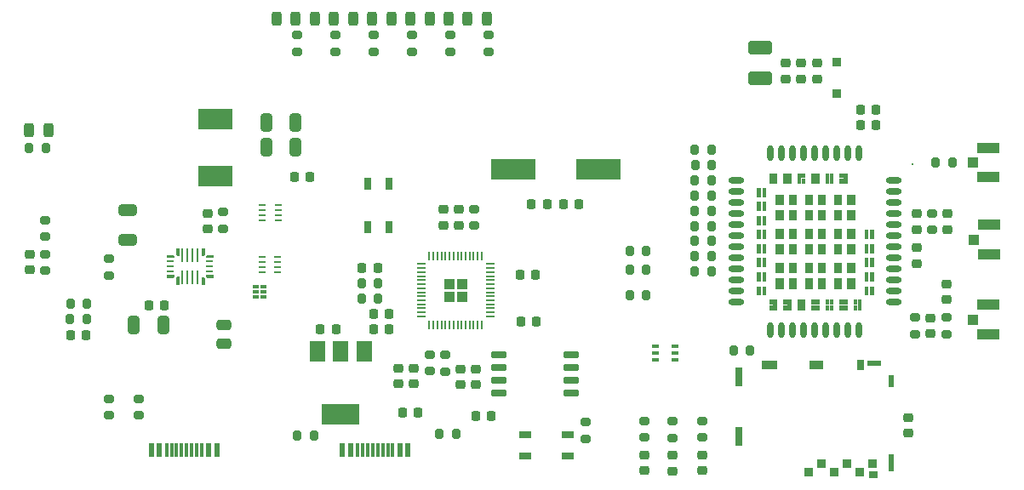
<source format=gbr>
%TF.GenerationSoftware,KiCad,Pcbnew,(6.0.2-0)*%
%TF.CreationDate,2022-03-19T00:24:52+01:00*%
%TF.ProjectId,RP2040GPSTracker,52503230-3430-4475-9053-547261636b65,rev?*%
%TF.SameCoordinates,PX4416780PY363af58*%
%TF.FileFunction,Paste,Top*%
%TF.FilePolarity,Positive*%
%FSLAX46Y46*%
G04 Gerber Fmt 4.6, Leading zero omitted, Abs format (unit mm)*
G04 Created by KiCad (PCBNEW (6.0.2-0)) date 2022-03-19 00:24:52*
%MOMM*%
%LPD*%
G01*
G04 APERTURE LIST*
G04 Aperture macros list*
%AMRoundRect*
0 Rectangle with rounded corners*
0 $1 Rounding radius*
0 $2 $3 $4 $5 $6 $7 $8 $9 X,Y pos of 4 corners*
0 Add a 4 corners polygon primitive as box body*
4,1,4,$2,$3,$4,$5,$6,$7,$8,$9,$2,$3,0*
0 Add four circle primitives for the rounded corners*
1,1,$1+$1,$2,$3*
1,1,$1+$1,$4,$5*
1,1,$1+$1,$6,$7*
1,1,$1+$1,$8,$9*
0 Add four rect primitives between the rounded corners*
20,1,$1+$1,$2,$3,$4,$5,0*
20,1,$1+$1,$4,$5,$6,$7,0*
20,1,$1+$1,$6,$7,$8,$9,0*
20,1,$1+$1,$8,$9,$2,$3,0*%
G04 Aperture macros list end*
%ADD10C,0.100000*%
%ADD11C,0.010000*%
%ADD12RoundRect,0.243750X-0.243750X-0.456250X0.243750X-0.456250X0.243750X0.456250X-0.243750X0.456250X0*%
%ADD13RoundRect,0.243750X0.243750X0.456250X-0.243750X0.456250X-0.243750X-0.456250X0.243750X-0.456250X0*%
%ADD14RoundRect,0.218750X0.256250X-0.218750X0.256250X0.218750X-0.256250X0.218750X-0.256250X-0.218750X0*%
%ADD15R,0.650000X0.400000*%
%ADD16RoundRect,0.250000X-0.325000X-0.650000X0.325000X-0.650000X0.325000X0.650000X-0.325000X0.650000X0*%
%ADD17RoundRect,0.250000X-0.650000X0.325000X-0.650000X-0.325000X0.650000X-0.325000X0.650000X0.325000X0*%
%ADD18RoundRect,0.250000X-0.475000X0.250000X-0.475000X-0.250000X0.475000X-0.250000X0.475000X0.250000X0*%
%ADD19RoundRect,0.200000X-0.275000X0.200000X-0.275000X-0.200000X0.275000X-0.200000X0.275000X0.200000X0*%
%ADD20R,0.600000X1.450000*%
%ADD21R,0.300000X1.450000*%
%ADD22RoundRect,0.200000X0.275000X-0.200000X0.275000X0.200000X-0.275000X0.200000X-0.275000X-0.200000X0*%
%ADD23RoundRect,0.225000X-0.250000X0.225000X-0.250000X-0.225000X0.250000X-0.225000X0.250000X0.225000X0*%
%ADD24RoundRect,0.200000X-0.200000X-0.275000X0.200000X-0.275000X0.200000X0.275000X-0.200000X0.275000X0*%
%ADD25RoundRect,0.225000X0.250000X-0.225000X0.250000X0.225000X-0.250000X0.225000X-0.250000X-0.225000X0*%
%ADD26RoundRect,0.225000X0.225000X0.250000X-0.225000X0.250000X-0.225000X-0.250000X0.225000X-0.250000X0*%
%ADD27R,0.127000X0.127000*%
%ADD28R,0.700000X0.250000*%
%ADD29R,0.250000X1.400000*%
%ADD30O,0.600000X1.600000*%
%ADD31O,1.600000X0.600000*%
%ADD32RoundRect,0.200000X0.200000X0.275000X-0.200000X0.275000X-0.200000X-0.275000X0.200000X-0.275000X0*%
%ADD33R,2.209800X1.041400*%
%ADD34R,1.041400X0.990600*%
%ADD35RoundRect,0.225000X-0.225000X-0.250000X0.225000X-0.250000X0.225000X0.250000X-0.225000X0.250000X0*%
%ADD36RoundRect,0.050000X0.050000X0.387500X-0.050000X0.387500X-0.050000X-0.387500X0.050000X-0.387500X0*%
%ADD37RoundRect,0.050000X0.387500X0.050000X-0.387500X0.050000X-0.387500X-0.050000X0.387500X-0.050000X0*%
%ADD38RoundRect,0.250000X0.292217X0.292217X-0.292217X0.292217X-0.292217X-0.292217X0.292217X-0.292217X0*%
%ADD39R,3.400000X2.000000*%
%ADD40R,0.711200X0.228600*%
%ADD41R,3.800000X2.000000*%
%ADD42R,1.500000X2.000000*%
%ADD43R,0.101600X0.635000*%
%ADD44R,0.203200X0.203200*%
%ADD45R,0.635000X1.955800*%
%ADD46R,1.574800X0.965200*%
%ADD47R,1.346200X0.965200*%
%ADD48R,0.736600X1.016000*%
%ADD49R,1.371600X0.609600*%
%ADD50R,0.558800X1.219200*%
%ADD51R,0.558800X1.651000*%
%ADD52R,0.939800X0.787400*%
%ADD53R,0.838200X0.939800*%
%ADD54R,4.500000X2.000000*%
%ADD55RoundRect,0.250000X0.925000X-0.412500X0.925000X0.412500X-0.925000X0.412500X-0.925000X-0.412500X0*%
%ADD56R,0.950000X0.900000*%
%ADD57R,0.650000X1.200000*%
%ADD58R,1.200000X0.650000*%
%ADD59RoundRect,0.150000X0.650000X0.150000X-0.650000X0.150000X-0.650000X-0.150000X0.650000X-0.150000X0*%
G04 APERTURE END LIST*
D10*
%TO.C,U6*%
X19497571Y28332148D02*
X19497571Y28082148D01*
X19497571Y28082148D02*
X18797571Y28082148D01*
X18797571Y28082148D02*
X18797571Y28232148D01*
X18797571Y28232148D02*
X18897571Y28332148D01*
X18897571Y28332148D02*
X19497571Y28332148D01*
G36*
X19497571Y28082148D02*
G01*
X18797571Y28082148D01*
X18797571Y28232148D01*
X18897571Y28332148D01*
X19497571Y28332148D01*
X19497571Y28082148D01*
G37*
X19497571Y28082148D02*
X18797571Y28082148D01*
X18797571Y28232148D01*
X18897571Y28332148D01*
X19497571Y28332148D01*
X19497571Y28082148D01*
X14897569Y26081644D02*
X14897569Y26331644D01*
X14897569Y26331644D02*
X15597569Y26331644D01*
X15597569Y26331644D02*
X15597569Y26181644D01*
X15597569Y26181644D02*
X15497569Y26081644D01*
X15497569Y26081644D02*
X14897569Y26081644D01*
G36*
X15597569Y26181644D02*
G01*
X15497569Y26081644D01*
X14897569Y26081644D01*
X14897569Y26331644D01*
X15597569Y26331644D01*
X15597569Y26181644D01*
G37*
X15597569Y26181644D02*
X15497569Y26081644D01*
X14897569Y26081644D01*
X14897569Y26331644D01*
X15597569Y26331644D01*
X15597569Y26181644D01*
X18572885Y25406896D02*
X18322885Y25406896D01*
X18322885Y25406896D02*
X18322885Y26106896D01*
X18322885Y26106896D02*
X18472885Y26106896D01*
X18472885Y26106896D02*
X18572885Y26006896D01*
X18572885Y26006896D02*
X18572885Y25406896D01*
G36*
X18572885Y26006896D02*
G01*
X18572885Y25406896D01*
X18322885Y25406896D01*
X18322885Y26106896D01*
X18472885Y26106896D01*
X18572885Y26006896D01*
G37*
X18572885Y26006896D02*
X18572885Y25406896D01*
X18322885Y25406896D01*
X18322885Y26106896D01*
X18472885Y26106896D01*
X18572885Y26006896D01*
X19497571Y26081644D02*
X19497571Y26331644D01*
X19497571Y26331644D02*
X18797571Y26331644D01*
X18797571Y26331644D02*
X18797571Y26181644D01*
X18797571Y26181644D02*
X18897571Y26081644D01*
X18897571Y26081644D02*
X19497571Y26081644D01*
G36*
X19497571Y26081644D02*
G01*
X18897571Y26081644D01*
X18797571Y26181644D01*
X18797571Y26331644D01*
X19497571Y26331644D01*
X19497571Y26081644D01*
G37*
X19497571Y26081644D02*
X18897571Y26081644D01*
X18797571Y26181644D01*
X18797571Y26331644D01*
X19497571Y26331644D01*
X19497571Y26081644D01*
X15822255Y25406896D02*
X16072255Y25406896D01*
X16072255Y25406896D02*
X16072255Y26206896D01*
X16072255Y26206896D02*
X15922255Y26206896D01*
X15922255Y26206896D02*
X15822255Y26006896D01*
X15822255Y26006896D02*
X15822255Y25406896D01*
G36*
X16072255Y25406896D02*
G01*
X15822255Y25406896D01*
X15822255Y26006896D01*
X15922255Y26206896D01*
X16072255Y26206896D01*
X16072255Y25406896D01*
G37*
X16072255Y25406896D02*
X15822255Y25406896D01*
X15822255Y26006896D01*
X15922255Y26206896D01*
X16072255Y26206896D01*
X16072255Y25406896D01*
X14897569Y28332148D02*
X14897569Y28082148D01*
X14897569Y28082148D02*
X15597569Y28082148D01*
X15597569Y28082148D02*
X15597569Y28232148D01*
X15597569Y28232148D02*
X15497569Y28332148D01*
X15497569Y28332148D02*
X14897569Y28332148D01*
G36*
X15597569Y28232148D02*
G01*
X15597569Y28082148D01*
X14897569Y28082148D01*
X14897569Y28332148D01*
X15497569Y28332148D01*
X15597569Y28232148D01*
G37*
X15597569Y28232148D02*
X15597569Y28082148D01*
X14897569Y28082148D01*
X14897569Y28332148D01*
X15497569Y28332148D01*
X15597569Y28232148D01*
X18572885Y29006896D02*
X18322885Y29006896D01*
X18322885Y29006896D02*
X18322885Y28306896D01*
X18322885Y28306896D02*
X18472885Y28306896D01*
X18472885Y28306896D02*
X18572885Y28406896D01*
X18572885Y28406896D02*
X18572885Y29006896D01*
G36*
X18572885Y28406896D02*
G01*
X18472885Y28306896D01*
X18322885Y28306896D01*
X18322885Y29006896D01*
X18572885Y29006896D01*
X18572885Y28406896D01*
G37*
X18572885Y28406896D02*
X18472885Y28306896D01*
X18322885Y28306896D01*
X18322885Y29006896D01*
X18572885Y29006896D01*
X18572885Y28406896D01*
X15822255Y29006896D02*
X16072255Y29006896D01*
X16072255Y29006896D02*
X16072255Y28306896D01*
X16072255Y28306896D02*
X15922255Y28306896D01*
X15922255Y28306896D02*
X15822255Y28406896D01*
X15822255Y28406896D02*
X15822255Y29006896D01*
G36*
X16072255Y28306896D02*
G01*
X15922255Y28306896D01*
X15822255Y28406896D01*
X15822255Y29006896D01*
X16072255Y29006896D01*
X16072255Y28306896D01*
G37*
X16072255Y28306896D02*
X15922255Y28306896D01*
X15822255Y28406896D01*
X15822255Y29006896D01*
X16072255Y29006896D01*
X16072255Y28306896D01*
D11*
%TO.C,U2*%
X81256640Y29381200D02*
X81954000Y29381200D01*
X81954000Y29381200D02*
X81954000Y28429460D01*
X81954000Y28429460D02*
X81256640Y28429460D01*
X81256640Y28429460D02*
X81256640Y29381200D01*
G36*
X81954000Y28429460D02*
G01*
X81256640Y28429460D01*
X81256640Y29381200D01*
X81954000Y29381200D01*
X81954000Y28429460D01*
G37*
X81954000Y28429460D02*
X81256640Y28429460D01*
X81256640Y29381200D01*
X81954000Y29381200D01*
X81954000Y28429460D01*
X82206530Y36461200D02*
X82504000Y36461200D01*
X82504000Y36461200D02*
X82504000Y36036840D01*
X82504000Y36036840D02*
X82206530Y36036840D01*
X82206530Y36036840D02*
X82206530Y36461200D01*
G36*
X82504000Y36036840D02*
G01*
X82206530Y36036840D01*
X82206530Y36461200D01*
X82504000Y36461200D01*
X82504000Y36036840D01*
G37*
X82504000Y36036840D02*
X82206530Y36036840D01*
X82206530Y36461200D01*
X82504000Y36461200D01*
X82504000Y36036840D01*
X81256700Y25981200D02*
X81954000Y25981200D01*
X81954000Y25981200D02*
X81954000Y25024600D01*
X81954000Y25024600D02*
X81256700Y25024600D01*
X81256700Y25024600D02*
X81256700Y25981200D01*
G36*
X81954000Y25024600D02*
G01*
X81256700Y25024600D01*
X81256700Y25981200D01*
X81954000Y25981200D01*
X81954000Y25024600D01*
G37*
X81954000Y25024600D02*
X81256700Y25024600D01*
X81256700Y25981200D01*
X81954000Y25981200D01*
X81954000Y25024600D01*
X83605280Y23331200D02*
X83904000Y23331200D01*
X83904000Y23331200D02*
X83904000Y22899150D01*
X83904000Y22899150D02*
X83605280Y22899150D01*
X83605280Y22899150D02*
X83605280Y23331200D01*
G36*
X83904000Y22899150D02*
G01*
X83605280Y22899150D01*
X83605280Y23331200D01*
X83904000Y23331200D01*
X83904000Y22899150D01*
G37*
X83904000Y22899150D02*
X83605280Y22899150D01*
X83605280Y23331200D01*
X83904000Y23331200D01*
X83904000Y22899150D01*
X84295950Y27596200D02*
X84589000Y27596200D01*
X84589000Y27596200D02*
X84589000Y27162660D01*
X84589000Y27162660D02*
X84295950Y27162660D01*
X84295950Y27162660D02*
X84295950Y27596200D01*
G36*
X84589000Y27162660D02*
G01*
X84295950Y27162660D01*
X84295950Y27596200D01*
X84589000Y27596200D01*
X84589000Y27162660D01*
G37*
X84589000Y27162660D02*
X84295950Y27162660D01*
X84295950Y27596200D01*
X84589000Y27596200D01*
X84589000Y27162660D01*
X83205420Y23861200D02*
X83504000Y23861200D01*
X83504000Y23861200D02*
X83504000Y23428890D01*
X83504000Y23428890D02*
X83205420Y23428890D01*
X83205420Y23428890D02*
X83205420Y23861200D01*
G36*
X83504000Y23428890D02*
G01*
X83205420Y23428890D01*
X83205420Y23861200D01*
X83504000Y23861200D01*
X83504000Y23428890D01*
G37*
X83504000Y23428890D02*
X83205420Y23428890D01*
X83205420Y23861200D01*
X83504000Y23861200D01*
X83504000Y23428890D01*
X74115830Y32196200D02*
X74419000Y32196200D01*
X74419000Y32196200D02*
X74419000Y31767460D01*
X74419000Y31767460D02*
X74115830Y31767460D01*
X74115830Y31767460D02*
X74115830Y32196200D01*
G36*
X74419000Y31767460D02*
G01*
X74115830Y31767460D01*
X74115830Y32196200D01*
X74419000Y32196200D01*
X74419000Y31767460D01*
G37*
X74419000Y31767460D02*
X74115830Y31767460D01*
X74115830Y32196200D01*
X74419000Y32196200D01*
X74419000Y31767460D01*
X79404084Y23331200D02*
X79704000Y23331200D01*
X79704000Y23331200D02*
X79704000Y22889830D01*
X79704000Y22889830D02*
X79404084Y22889830D01*
X79404084Y22889830D02*
X79404084Y23331200D01*
G36*
X79704000Y22889830D02*
G01*
X79404084Y22889830D01*
X79404084Y23331200D01*
X79704000Y23331200D01*
X79704000Y22889830D01*
G37*
X79704000Y22889830D02*
X79404084Y22889830D01*
X79404084Y23331200D01*
X79704000Y23331200D01*
X79704000Y22889830D01*
X81808170Y23331200D02*
X82104000Y23331200D01*
X82104000Y23331200D02*
X82104000Y22889650D01*
X82104000Y22889650D02*
X81808170Y22889650D01*
X81808170Y22889650D02*
X81808170Y23331200D01*
G36*
X82104000Y22889650D02*
G01*
X81808170Y22889650D01*
X81808170Y23331200D01*
X82104000Y23331200D01*
X82104000Y22889650D01*
G37*
X82104000Y22889650D02*
X81808170Y22889650D01*
X81808170Y23331200D01*
X82104000Y23331200D01*
X82104000Y22889650D01*
X74109520Y34596200D02*
X74419000Y34596200D01*
X74419000Y34596200D02*
X74419000Y34174320D01*
X74419000Y34174320D02*
X74109520Y34174320D01*
X74109520Y34174320D02*
X74109520Y34596200D01*
G36*
X74419000Y34174320D02*
G01*
X74109520Y34174320D01*
X74109520Y34596200D01*
X74419000Y34596200D01*
X74419000Y34174320D01*
G37*
X74419000Y34174320D02*
X74109520Y34174320D01*
X74109520Y34596200D01*
X74419000Y34596200D01*
X74419000Y34174320D01*
X78353360Y29381200D02*
X79054000Y29381200D01*
X79054000Y29381200D02*
X79054000Y28430400D01*
X79054000Y28430400D02*
X78353360Y28430400D01*
X78353360Y28430400D02*
X78353360Y29381200D01*
G36*
X79054000Y28430400D02*
G01*
X78353360Y28430400D01*
X78353360Y29381200D01*
X79054000Y29381200D01*
X79054000Y28430400D01*
G37*
X79054000Y28430400D02*
X78353360Y28430400D01*
X78353360Y29381200D01*
X79054000Y29381200D01*
X79054000Y28430400D01*
X73586410Y26196200D02*
X73889000Y26196200D01*
X73889000Y26196200D02*
X73889000Y25764440D01*
X73889000Y25764440D02*
X73586410Y25764440D01*
X73586410Y25764440D02*
X73586410Y26196200D01*
G36*
X73889000Y25764440D02*
G01*
X73586410Y25764440D01*
X73586410Y26196200D01*
X73889000Y26196200D01*
X73889000Y25764440D01*
G37*
X73889000Y25764440D02*
X73586410Y25764440D01*
X73586410Y26196200D01*
X73889000Y26196200D01*
X73889000Y25764440D01*
X76749590Y25981200D02*
X77454000Y25981200D01*
X77454000Y25981200D02*
X77454000Y25023320D01*
X77454000Y25023320D02*
X76749590Y25023320D01*
X76749590Y25023320D02*
X76749590Y25981200D01*
G36*
X77454000Y25023320D02*
G01*
X76749590Y25023320D01*
X76749590Y25981200D01*
X77454000Y25981200D01*
X77454000Y25023320D01*
G37*
X77454000Y25023320D02*
X76749590Y25023320D01*
X76749590Y25981200D01*
X77454000Y25981200D01*
X77454000Y25023320D01*
X74799730Y23331200D02*
X75104000Y23331200D01*
X75104000Y23331200D02*
X75104000Y22894830D01*
X75104000Y22894830D02*
X74799730Y22894830D01*
X74799730Y22894830D02*
X74799730Y23331200D01*
G36*
X75104000Y22894830D02*
G01*
X74799730Y22894830D01*
X74799730Y23331200D01*
X75104000Y23331200D01*
X75104000Y22894830D01*
G37*
X75104000Y22894830D02*
X74799730Y22894830D01*
X74799730Y23331200D01*
X75104000Y23331200D01*
X75104000Y22894830D01*
X74116890Y26196200D02*
X74419000Y26196200D01*
X74419000Y26196200D02*
X74419000Y25764620D01*
X74419000Y25764620D02*
X74116890Y25764620D01*
X74116890Y25764620D02*
X74116890Y26196200D01*
G36*
X74419000Y25764620D02*
G01*
X74116890Y25764620D01*
X74116890Y26196200D01*
X74419000Y26196200D01*
X74419000Y25764620D01*
G37*
X74419000Y25764620D02*
X74116890Y25764620D01*
X74116890Y26196200D01*
X74419000Y26196200D01*
X74419000Y25764620D01*
X79404031Y23861200D02*
X79704000Y23861200D01*
X79704000Y23861200D02*
X79704000Y23427330D01*
X79704000Y23427330D02*
X79404031Y23427330D01*
X79404031Y23427330D02*
X79404031Y23861200D01*
G36*
X79704000Y23427330D02*
G01*
X79404031Y23427330D01*
X79404031Y23861200D01*
X79704000Y23861200D01*
X79704000Y23427330D01*
G37*
X79704000Y23427330D02*
X79404031Y23427330D01*
X79404031Y23861200D01*
X79704000Y23861200D01*
X79704000Y23427330D01*
X78001980Y23861200D02*
X78304000Y23861200D01*
X78304000Y23861200D02*
X78304000Y23421860D01*
X78304000Y23421860D02*
X78001980Y23421860D01*
X78001980Y23421860D02*
X78001980Y23861200D01*
G36*
X78304000Y23421860D02*
G01*
X78001980Y23421860D01*
X78001980Y23861200D01*
X78304000Y23861200D01*
X78304000Y23421860D01*
G37*
X78304000Y23421860D02*
X78001980Y23421860D01*
X78001980Y23861200D01*
X78304000Y23861200D01*
X78304000Y23421860D01*
X82204500Y23331200D02*
X82504000Y23331200D01*
X82504000Y23331200D02*
X82504000Y22900010D01*
X82504000Y22900010D02*
X82204500Y22900010D01*
X82204500Y22900010D02*
X82204500Y23331200D01*
G36*
X82504000Y22900010D02*
G01*
X82204500Y22900010D01*
X82204500Y23331200D01*
X82504000Y23331200D01*
X82504000Y22900010D01*
G37*
X82504000Y22900010D02*
X82204500Y22900010D01*
X82204500Y23331200D01*
X82504000Y23331200D01*
X82504000Y22900010D01*
X76753590Y30931200D02*
X77454000Y30931200D01*
X77454000Y30931200D02*
X77454000Y29981247D01*
X77454000Y29981247D02*
X76753590Y29981247D01*
X76753590Y29981247D02*
X76753590Y30931200D01*
G36*
X77454000Y29981247D02*
G01*
X76753590Y29981247D01*
X76753590Y30931200D01*
X77454000Y30931200D01*
X77454000Y29981247D01*
G37*
X77454000Y29981247D02*
X76753590Y29981247D01*
X76753590Y30931200D01*
X77454000Y30931200D01*
X77454000Y29981247D01*
X75201030Y36461200D02*
X75504000Y36461200D01*
X75504000Y36461200D02*
X75504000Y36035740D01*
X75504000Y36035740D02*
X75201030Y36035740D01*
X75201030Y36035740D02*
X75201030Y36461200D01*
G36*
X75504000Y36035740D02*
G01*
X75201030Y36035740D01*
X75201030Y36461200D01*
X75504000Y36461200D01*
X75504000Y36035740D01*
G37*
X75504000Y36035740D02*
X75201030Y36035740D01*
X75201030Y36461200D01*
X75504000Y36461200D01*
X75504000Y36035740D01*
X79003956Y23331200D02*
X79304000Y23331200D01*
X79304000Y23331200D02*
X79304000Y22900340D01*
X79304000Y22900340D02*
X79003956Y22900340D01*
X79003956Y22900340D02*
X79003956Y23331200D01*
G36*
X79304000Y22900340D02*
G01*
X79003956Y22900340D01*
X79003956Y23331200D01*
X79304000Y23331200D01*
X79304000Y22900340D01*
G37*
X79304000Y22900340D02*
X79003956Y22900340D01*
X79003956Y23331200D01*
X79304000Y23331200D01*
X79304000Y22900340D01*
X76602360Y35931200D02*
X76904000Y35931200D01*
X76904000Y35931200D02*
X76904000Y35504670D01*
X76904000Y35504670D02*
X76602360Y35504670D01*
X76602360Y35504670D02*
X76602360Y35931200D01*
G36*
X76904000Y35504670D02*
G01*
X76602360Y35504670D01*
X76602360Y35931200D01*
X76904000Y35931200D01*
X76904000Y35504670D01*
G37*
X76904000Y35504670D02*
X76602360Y35504670D01*
X76602360Y35931200D01*
X76904000Y35931200D01*
X76904000Y35504670D01*
X79003922Y36461200D02*
X79304000Y36461200D01*
X79304000Y36461200D02*
X79304000Y36032610D01*
X79304000Y36032610D02*
X79003922Y36032610D01*
X79003922Y36032610D02*
X79003922Y36461200D01*
G36*
X79304000Y36032610D02*
G01*
X79003922Y36032610D01*
X79003922Y36461200D01*
X79304000Y36461200D01*
X79304000Y36032610D01*
G37*
X79304000Y36032610D02*
X79003922Y36032610D01*
X79003922Y36461200D01*
X79304000Y36461200D01*
X79304000Y36032610D01*
X84296820Y28996200D02*
X84589000Y28996200D01*
X84589000Y28996200D02*
X84589000Y28564430D01*
X84589000Y28564430D02*
X84296820Y28564430D01*
X84296820Y28564430D02*
X84296820Y28996200D01*
G36*
X84589000Y28564430D02*
G01*
X84296820Y28564430D01*
X84296820Y28996200D01*
X84589000Y28996200D01*
X84589000Y28564430D01*
G37*
X84589000Y28564430D02*
X84296820Y28564430D01*
X84296820Y28996200D01*
X84589000Y28996200D01*
X84589000Y28564430D01*
X80404400Y23861200D02*
X80704000Y23861200D01*
X80704000Y23861200D02*
X80704000Y23428810D01*
X80704000Y23428810D02*
X80404400Y23428810D01*
X80404400Y23428810D02*
X80404400Y23861200D01*
G36*
X80704000Y23428810D02*
G01*
X80404400Y23428810D01*
X80404400Y23861200D01*
X80704000Y23861200D01*
X80704000Y23428810D01*
G37*
X80704000Y23428810D02*
X80404400Y23428810D01*
X80404400Y23861200D01*
X80704000Y23861200D01*
X80704000Y23428810D01*
X73578880Y33596200D02*
X73889000Y33596200D01*
X73889000Y33596200D02*
X73889000Y33172320D01*
X73889000Y33172320D02*
X73578880Y33172320D01*
X73578880Y33172320D02*
X73578880Y33596200D01*
G36*
X73889000Y33172320D02*
G01*
X73578880Y33172320D01*
X73578880Y33596200D01*
X73889000Y33596200D01*
X73889000Y33172320D01*
G37*
X73889000Y33172320D02*
X73578880Y33172320D01*
X73578880Y33596200D01*
X73889000Y33596200D01*
X73889000Y33172320D01*
X74113380Y25196200D02*
X74419000Y25196200D01*
X74419000Y25196200D02*
X74419000Y24760930D01*
X74419000Y24760930D02*
X74113380Y24760930D01*
X74113380Y24760930D02*
X74113380Y25196200D01*
G36*
X74419000Y24760930D02*
G01*
X74113380Y24760930D01*
X74113380Y25196200D01*
X74419000Y25196200D01*
X74419000Y24760930D01*
G37*
X74419000Y24760930D02*
X74113380Y24760930D01*
X74113380Y25196200D01*
X74419000Y25196200D01*
X74419000Y24760930D01*
X80405150Y23331200D02*
X80704000Y23331200D01*
X80704000Y23331200D02*
X80704000Y22893740D01*
X80704000Y22893740D02*
X80405150Y22893740D01*
X80405150Y22893740D02*
X80405150Y23331200D01*
G36*
X80704000Y22893740D02*
G01*
X80405150Y22893740D01*
X80405150Y23331200D01*
X80704000Y23331200D01*
X80704000Y22893740D01*
G37*
X80704000Y22893740D02*
X80405150Y22893740D01*
X80405150Y23331200D01*
X80704000Y23331200D01*
X80704000Y22893740D01*
X83611570Y23861200D02*
X83904000Y23861200D01*
X83904000Y23861200D02*
X83904000Y23420060D01*
X83904000Y23420060D02*
X83611570Y23420060D01*
X83611570Y23420060D02*
X83611570Y23861200D01*
G36*
X83904000Y23420060D02*
G01*
X83611570Y23420060D01*
X83611570Y23861200D01*
X83904000Y23861200D01*
X83904000Y23420060D01*
G37*
X83904000Y23420060D02*
X83611570Y23420060D01*
X83611570Y23861200D01*
X83904000Y23861200D01*
X83904000Y23420060D01*
X79654062Y25981200D02*
X80354000Y25981200D01*
X80354000Y25981200D02*
X80354000Y25030230D01*
X80354000Y25030230D02*
X79654062Y25030230D01*
X79654062Y25030230D02*
X79654062Y25981200D01*
G36*
X80354000Y25030230D02*
G01*
X79654062Y25030230D01*
X79654062Y25981200D01*
X80354000Y25981200D01*
X80354000Y25030230D01*
G37*
X80354000Y25030230D02*
X79654062Y25030230D01*
X79654062Y25981200D01*
X80354000Y25981200D01*
X80354000Y25030230D01*
X74112800Y33196200D02*
X74419000Y33196200D01*
X74419000Y33196200D02*
X74419000Y32769850D01*
X74419000Y32769850D02*
X74112800Y32769850D01*
X74112800Y32769850D02*
X74112800Y33196200D01*
G36*
X74419000Y32769850D02*
G01*
X74112800Y32769850D01*
X74112800Y33196200D01*
X74419000Y33196200D01*
X74419000Y32769850D01*
G37*
X74419000Y32769850D02*
X74112800Y32769850D01*
X74112800Y33196200D01*
X74419000Y33196200D01*
X74419000Y32769850D01*
X73578020Y33196200D02*
X73889000Y33196200D01*
X73889000Y33196200D02*
X73889000Y32772080D01*
X73889000Y32772080D02*
X73578020Y32772080D01*
X73578020Y32772080D02*
X73578020Y33196200D01*
G36*
X73889000Y32772080D02*
G01*
X73578020Y32772080D01*
X73578020Y33196200D01*
X73889000Y33196200D01*
X73889000Y32772080D01*
G37*
X73889000Y32772080D02*
X73578020Y32772080D01*
X73578020Y33196200D01*
X73889000Y33196200D01*
X73889000Y32772080D01*
X76750720Y32781200D02*
X77454000Y32781200D01*
X77454000Y32781200D02*
X77454000Y31833910D01*
X77454000Y31833910D02*
X76750720Y31833910D01*
X76750720Y31833910D02*
X76750720Y32781200D01*
G36*
X77454000Y31833910D02*
G01*
X76750720Y31833910D01*
X76750720Y32781200D01*
X77454000Y32781200D01*
X77454000Y31833910D01*
G37*
X77454000Y31833910D02*
X76750720Y31833910D01*
X76750720Y32781200D01*
X77454000Y32781200D01*
X77454000Y31833910D01*
X84821430Y30796200D02*
X85119000Y30796200D01*
X85119000Y30796200D02*
X85119000Y30366505D01*
X85119000Y30366505D02*
X84821430Y30366505D01*
X84821430Y30366505D02*
X84821430Y30796200D01*
G36*
X85119000Y30366505D02*
G01*
X84821430Y30366505D01*
X84821430Y30796200D01*
X85119000Y30796200D01*
X85119000Y30366505D01*
G37*
X85119000Y30366505D02*
X84821430Y30366505D01*
X84821430Y30796200D01*
X85119000Y30796200D01*
X85119000Y30366505D01*
X79404081Y35931200D02*
X79704000Y35931200D01*
X79704000Y35931200D02*
X79704000Y35510670D01*
X79704000Y35510670D02*
X79404081Y35510670D01*
X79404081Y35510670D02*
X79404081Y35931200D01*
G36*
X79704000Y35510670D02*
G01*
X79404081Y35510670D01*
X79404081Y35931200D01*
X79704000Y35931200D01*
X79704000Y35510670D01*
G37*
X79704000Y35510670D02*
X79404081Y35510670D01*
X79404081Y35931200D01*
X79704000Y35931200D01*
X79704000Y35510670D01*
X73587890Y29396200D02*
X73889000Y29396200D01*
X73889000Y29396200D02*
X73889000Y28966062D01*
X73889000Y28966062D02*
X73587890Y28966062D01*
X73587890Y28966062D02*
X73587890Y29396200D01*
G36*
X73889000Y28966062D02*
G01*
X73587890Y28966062D01*
X73587890Y29396200D01*
X73889000Y29396200D01*
X73889000Y28966062D01*
G37*
X73889000Y28966062D02*
X73587890Y28966062D01*
X73587890Y29396200D01*
X73889000Y29396200D01*
X73889000Y28966062D01*
X82208210Y35931200D02*
X82504000Y35931200D01*
X82504000Y35931200D02*
X82504000Y35509800D01*
X82504000Y35509800D02*
X82208210Y35509800D01*
X82208210Y35509800D02*
X82208210Y35931200D01*
G36*
X82504000Y35509800D02*
G01*
X82208210Y35509800D01*
X82208210Y35931200D01*
X82504000Y35931200D01*
X82504000Y35509800D01*
G37*
X82504000Y35509800D02*
X82208210Y35509800D01*
X82208210Y35931200D01*
X82504000Y35931200D01*
X82504000Y35509800D01*
X83204580Y23331200D02*
X83504000Y23331200D01*
X83504000Y23331200D02*
X83504000Y22900190D01*
X83504000Y22900190D02*
X83204580Y22900190D01*
X83204580Y22900190D02*
X83204580Y23331200D01*
G36*
X83504000Y22900190D02*
G01*
X83204580Y22900190D01*
X83204580Y23331200D01*
X83504000Y23331200D01*
X83504000Y22900190D01*
G37*
X83504000Y22900190D02*
X83204580Y22900190D01*
X83204580Y23331200D01*
X83504000Y23331200D01*
X83504000Y22900190D01*
X76599820Y23861200D02*
X76904000Y23861200D01*
X76904000Y23861200D02*
X76904000Y23421700D01*
X76904000Y23421700D02*
X76599820Y23421700D01*
X76599820Y23421700D02*
X76599820Y23861200D01*
G36*
X76904000Y23421700D02*
G01*
X76599820Y23421700D01*
X76599820Y23861200D01*
X76904000Y23861200D01*
X76904000Y23421700D01*
G37*
X76904000Y23421700D02*
X76599820Y23421700D01*
X76599820Y23861200D01*
X76904000Y23861200D01*
X76904000Y23421700D01*
X75446910Y30931200D02*
X76154000Y30931200D01*
X76154000Y30931200D02*
X76154000Y29981745D01*
X76154000Y29981745D02*
X75446910Y29981745D01*
X75446910Y29981745D02*
X75446910Y30931200D01*
G36*
X76154000Y29981745D02*
G01*
X75446910Y29981745D01*
X75446910Y30931200D01*
X76154000Y30931200D01*
X76154000Y29981745D01*
G37*
X76154000Y29981745D02*
X75446910Y29981745D01*
X75446910Y30931200D01*
X76154000Y30931200D01*
X76154000Y29981745D01*
X73579650Y34596200D02*
X73889000Y34596200D01*
X73889000Y34596200D02*
X73889000Y34173470D01*
X73889000Y34173470D02*
X73579650Y34173470D01*
X73579650Y34173470D02*
X73579650Y34596200D01*
G36*
X73889000Y34173470D02*
G01*
X73579650Y34173470D01*
X73579650Y34596200D01*
X73889000Y34596200D01*
X73889000Y34173470D01*
G37*
X73889000Y34173470D02*
X73579650Y34173470D01*
X73579650Y34596200D01*
X73889000Y34596200D01*
X73889000Y34173470D01*
X77603180Y35931200D02*
X77904000Y35931200D01*
X77904000Y35931200D02*
X77904000Y35503930D01*
X77904000Y35503930D02*
X77603180Y35503930D01*
X77603180Y35503930D02*
X77603180Y35931200D01*
G36*
X77904000Y35503930D02*
G01*
X77603180Y35503930D01*
X77603180Y35931200D01*
X77904000Y35931200D01*
X77904000Y35503930D01*
G37*
X77904000Y35503930D02*
X77603180Y35503930D01*
X77603180Y35931200D01*
X77904000Y35931200D01*
X77904000Y35503930D01*
X81256860Y30931200D02*
X81954000Y30931200D01*
X81954000Y30931200D02*
X81954000Y29981652D01*
X81954000Y29981652D02*
X81256860Y29981652D01*
X81256860Y29981652D02*
X81256860Y30931200D01*
G36*
X81954000Y29981652D02*
G01*
X81256860Y29981652D01*
X81256860Y30931200D01*
X81954000Y30931200D01*
X81954000Y29981652D01*
G37*
X81954000Y29981652D02*
X81256860Y29981652D01*
X81256860Y30931200D01*
X81954000Y30931200D01*
X81954000Y29981652D01*
X79654021Y29381200D02*
X80354000Y29381200D01*
X80354000Y29381200D02*
X80354000Y28431110D01*
X80354000Y28431110D02*
X79654021Y28431110D01*
X79654021Y28431110D02*
X79654021Y29381200D01*
G36*
X80354000Y28431110D02*
G01*
X79654021Y28431110D01*
X79654021Y29381200D01*
X80354000Y29381200D01*
X80354000Y28431110D01*
G37*
X80354000Y28431110D02*
X79654021Y28431110D01*
X79654021Y29381200D01*
X80354000Y29381200D01*
X80354000Y28431110D01*
X73584390Y25196200D02*
X73889000Y25196200D01*
X73889000Y25196200D02*
X73889000Y24762270D01*
X73889000Y24762270D02*
X73584390Y24762270D01*
X73584390Y24762270D02*
X73584390Y25196200D01*
G36*
X73889000Y24762270D02*
G01*
X73584390Y24762270D01*
X73584390Y25196200D01*
X73889000Y25196200D01*
X73889000Y24762270D01*
G37*
X73889000Y24762270D02*
X73584390Y24762270D01*
X73584390Y25196200D01*
X73889000Y25196200D01*
X73889000Y24762270D01*
X73587860Y27996200D02*
X73889000Y27996200D01*
X73889000Y27996200D02*
X73889000Y27565780D01*
X73889000Y27565780D02*
X73587860Y27565780D01*
X73587860Y27565780D02*
X73587860Y27996200D01*
G36*
X73889000Y27565780D02*
G01*
X73587860Y27565780D01*
X73587860Y27996200D01*
X73889000Y27996200D01*
X73889000Y27565780D01*
G37*
X73889000Y27565780D02*
X73587860Y27565780D01*
X73587860Y27996200D01*
X73889000Y27996200D01*
X73889000Y27565780D01*
X76198720Y35931200D02*
X76504000Y35931200D01*
X76504000Y35931200D02*
X76504000Y35510960D01*
X76504000Y35510960D02*
X76198720Y35510960D01*
X76198720Y35510960D02*
X76198720Y35931200D01*
G36*
X76504000Y35510960D02*
G01*
X76198720Y35510960D01*
X76198720Y35931200D01*
X76504000Y35931200D01*
X76504000Y35510960D01*
G37*
X76504000Y35510960D02*
X76198720Y35510960D01*
X76198720Y35931200D01*
X76504000Y35931200D01*
X76504000Y35510960D01*
X74110140Y33596200D02*
X74419000Y33596200D01*
X74419000Y33596200D02*
X74419000Y33172100D01*
X74419000Y33172100D02*
X74110140Y33172100D01*
X74110140Y33172100D02*
X74110140Y33596200D01*
G36*
X74419000Y33172100D02*
G01*
X74110140Y33172100D01*
X74110140Y33596200D01*
X74419000Y33596200D01*
X74419000Y33172100D01*
G37*
X74419000Y33172100D02*
X74110140Y33172100D01*
X74110140Y33596200D01*
X74419000Y33596200D01*
X74419000Y33172100D01*
X84290520Y27996200D02*
X84589000Y27996200D01*
X84589000Y27996200D02*
X84589000Y27565550D01*
X84589000Y27565550D02*
X84290520Y27565550D01*
X84290520Y27565550D02*
X84290520Y27996200D01*
G36*
X84589000Y27565550D02*
G01*
X84290520Y27565550D01*
X84290520Y27996200D01*
X84589000Y27996200D01*
X84589000Y27565550D01*
G37*
X84589000Y27565550D02*
X84290520Y27565550D01*
X84290520Y27996200D01*
X84589000Y27996200D01*
X84589000Y27565550D01*
X75197560Y23861200D02*
X75504000Y23861200D01*
X75504000Y23861200D02*
X75504000Y23421500D01*
X75504000Y23421500D02*
X75197560Y23421500D01*
X75197560Y23421500D02*
X75197560Y23861200D01*
G36*
X75504000Y23421500D02*
G01*
X75197560Y23421500D01*
X75197560Y23861200D01*
X75504000Y23861200D01*
X75504000Y23421500D01*
G37*
X75504000Y23421500D02*
X75197560Y23421500D01*
X75197560Y23861200D01*
X75504000Y23861200D01*
X75504000Y23421500D01*
X84297320Y26196200D02*
X84589000Y26196200D01*
X84589000Y26196200D02*
X84589000Y25759600D01*
X84589000Y25759600D02*
X84297320Y25759600D01*
X84297320Y25759600D02*
X84297320Y26196200D01*
G36*
X84589000Y25759600D02*
G01*
X84297320Y25759600D01*
X84297320Y26196200D01*
X84589000Y26196200D01*
X84589000Y25759600D01*
G37*
X84589000Y25759600D02*
X84297320Y25759600D01*
X84297320Y26196200D01*
X84589000Y26196200D01*
X84589000Y25759600D01*
X80805130Y23331200D02*
X81104000Y23331200D01*
X81104000Y23331200D02*
X81104000Y22895900D01*
X81104000Y22895900D02*
X80805130Y22895900D01*
X80805130Y22895900D02*
X80805130Y23331200D01*
G36*
X81104000Y22895900D02*
G01*
X80805130Y22895900D01*
X80805130Y23331200D01*
X81104000Y23331200D01*
X81104000Y22895900D01*
G37*
X81104000Y22895900D02*
X80805130Y22895900D01*
X80805130Y23331200D01*
X81104000Y23331200D01*
X81104000Y22895900D01*
X81254020Y27531200D02*
X81954000Y27531200D01*
X81954000Y27531200D02*
X81954000Y26581170D01*
X81954000Y26581170D02*
X81254020Y26581170D01*
X81254020Y26581170D02*
X81254020Y27531200D01*
G36*
X81954000Y26581170D02*
G01*
X81254020Y26581170D01*
X81254020Y27531200D01*
X81954000Y27531200D01*
X81954000Y26581170D01*
G37*
X81954000Y26581170D02*
X81254020Y26581170D01*
X81254020Y27531200D01*
X81954000Y27531200D01*
X81954000Y26581170D01*
X74113670Y26596200D02*
X74419000Y26596200D01*
X74419000Y26596200D02*
X74419000Y26162620D01*
X74419000Y26162620D02*
X74113670Y26162620D01*
X74113670Y26162620D02*
X74113670Y26596200D01*
G36*
X74419000Y26162620D02*
G01*
X74113670Y26162620D01*
X74113670Y26596200D01*
X74419000Y26596200D01*
X74419000Y26162620D01*
G37*
X74419000Y26162620D02*
X74113670Y26162620D01*
X74113670Y26596200D01*
X74419000Y26596200D01*
X74419000Y26162620D01*
X75198810Y35931200D02*
X75504000Y35931200D01*
X75504000Y35931200D02*
X75504000Y35508480D01*
X75504000Y35508480D02*
X75198810Y35508480D01*
X75198810Y35508480D02*
X75198810Y35931200D01*
G36*
X75504000Y35508480D02*
G01*
X75198810Y35508480D01*
X75198810Y35931200D01*
X75504000Y35931200D01*
X75504000Y35508480D01*
G37*
X75504000Y35508480D02*
X75198810Y35508480D01*
X75198810Y35931200D01*
X75504000Y35931200D01*
X75504000Y35508480D01*
X75202900Y23331200D02*
X75504000Y23331200D01*
X75504000Y23331200D02*
X75504000Y22899400D01*
X75504000Y22899400D02*
X75202900Y22899400D01*
X75202900Y22899400D02*
X75202900Y23331200D01*
G36*
X75504000Y22899400D02*
G01*
X75202900Y22899400D01*
X75202900Y23331200D01*
X75504000Y23331200D01*
X75504000Y22899400D01*
G37*
X75504000Y22899400D02*
X75202900Y22899400D01*
X75202900Y23331200D01*
X75504000Y23331200D01*
X75504000Y22899400D01*
X80805250Y36461200D02*
X81104000Y36461200D01*
X81104000Y36461200D02*
X81104000Y36036680D01*
X81104000Y36036680D02*
X80805250Y36036680D01*
X80805250Y36036680D02*
X80805250Y36461200D01*
G36*
X81104000Y36036680D02*
G01*
X80805250Y36036680D01*
X80805250Y36461200D01*
X81104000Y36461200D01*
X81104000Y36036680D01*
G37*
X81104000Y36036680D02*
X80805250Y36036680D01*
X80805250Y36461200D01*
X81104000Y36461200D01*
X81104000Y36036680D01*
X84298290Y24796200D02*
X84589000Y24796200D01*
X84589000Y24796200D02*
X84589000Y24356190D01*
X84589000Y24356190D02*
X84298290Y24356190D01*
X84298290Y24356190D02*
X84298290Y24796200D01*
G36*
X84589000Y24356190D02*
G01*
X84298290Y24356190D01*
X84298290Y24796200D01*
X84589000Y24796200D01*
X84589000Y24356190D01*
G37*
X84589000Y24356190D02*
X84298290Y24356190D01*
X84298290Y24796200D01*
X84589000Y24796200D01*
X84589000Y24356190D01*
X74111000Y28996200D02*
X74419000Y28996200D01*
X74419000Y28996200D02*
X74419000Y28564500D01*
X74419000Y28564500D02*
X74111000Y28564500D01*
X74111000Y28564500D02*
X74111000Y28996200D01*
G36*
X74419000Y28564500D02*
G01*
X74111000Y28564500D01*
X74111000Y28996200D01*
X74419000Y28996200D01*
X74419000Y28564500D01*
G37*
X74419000Y28564500D02*
X74111000Y28564500D01*
X74111000Y28996200D01*
X74419000Y28996200D01*
X74419000Y28564500D01*
X84826070Y27596200D02*
X85119000Y27596200D01*
X85119000Y27596200D02*
X85119000Y27162940D01*
X85119000Y27162940D02*
X84826070Y27162940D01*
X84826070Y27162940D02*
X84826070Y27596200D01*
G36*
X85119000Y27162940D02*
G01*
X84826070Y27162940D01*
X84826070Y27596200D01*
X85119000Y27596200D01*
X85119000Y27162940D01*
G37*
X85119000Y27162940D02*
X84826070Y27162940D01*
X84826070Y27596200D01*
X85119000Y27596200D01*
X85119000Y27162940D01*
X78003030Y35931200D02*
X78304000Y35931200D01*
X78304000Y35931200D02*
X78304000Y35505360D01*
X78304000Y35505360D02*
X78003030Y35505360D01*
X78003030Y35505360D02*
X78003030Y35931200D01*
G36*
X78304000Y35505360D02*
G01*
X78003030Y35505360D01*
X78003030Y35931200D01*
X78304000Y35931200D01*
X78304000Y35505360D01*
G37*
X78304000Y35505360D02*
X78003030Y35505360D01*
X78003030Y35931200D01*
X78304000Y35931200D01*
X78304000Y35505360D01*
X84821800Y29396200D02*
X85119000Y29396200D01*
X85119000Y29396200D02*
X85119000Y28965834D01*
X85119000Y28965834D02*
X84821800Y28965834D01*
X84821800Y28965834D02*
X84821800Y29396200D01*
G36*
X85119000Y28965834D02*
G01*
X84821800Y28965834D01*
X84821800Y29396200D01*
X85119000Y29396200D01*
X85119000Y28965834D01*
G37*
X85119000Y28965834D02*
X84821800Y28965834D01*
X84821800Y29396200D01*
X85119000Y29396200D01*
X85119000Y28965834D01*
X75449270Y25981200D02*
X76154000Y25981200D01*
X76154000Y25981200D02*
X76154000Y25025560D01*
X76154000Y25025560D02*
X75449270Y25025560D01*
X75449270Y25025560D02*
X75449270Y25981200D01*
G36*
X76154000Y25025560D02*
G01*
X75449270Y25025560D01*
X75449270Y25981200D01*
X76154000Y25981200D01*
X76154000Y25025560D01*
G37*
X76154000Y25025560D02*
X75449270Y25025560D01*
X75449270Y25981200D01*
X76154000Y25981200D01*
X76154000Y25025560D01*
X76201070Y36461200D02*
X76504000Y36461200D01*
X76504000Y36461200D02*
X76504000Y36037100D01*
X76504000Y36037100D02*
X76201070Y36037100D01*
X76201070Y36037100D02*
X76201070Y36461200D01*
G36*
X76504000Y36037100D02*
G01*
X76201070Y36037100D01*
X76201070Y36461200D01*
X76504000Y36461200D01*
X76504000Y36037100D01*
G37*
X76504000Y36037100D02*
X76201070Y36037100D01*
X76201070Y36461200D01*
X76504000Y36461200D01*
X76504000Y36037100D01*
X84829110Y25196200D02*
X85119000Y25196200D01*
X85119000Y25196200D02*
X85119000Y24757100D01*
X85119000Y24757100D02*
X84829110Y24757100D01*
X84829110Y24757100D02*
X84829110Y25196200D01*
G36*
X85119000Y24757100D02*
G01*
X84829110Y24757100D01*
X84829110Y25196200D01*
X85119000Y25196200D01*
X85119000Y24757100D01*
G37*
X85119000Y24757100D02*
X84829110Y24757100D01*
X84829110Y25196200D01*
X85119000Y25196200D01*
X85119000Y24757100D01*
X73580860Y24796200D02*
X73889000Y24796200D01*
X73889000Y24796200D02*
X73889000Y24358700D01*
X73889000Y24358700D02*
X73580860Y24358700D01*
X73580860Y24358700D02*
X73580860Y24796200D01*
G36*
X73889000Y24358700D02*
G01*
X73580860Y24358700D01*
X73580860Y24796200D01*
X73889000Y24796200D01*
X73889000Y24358700D01*
G37*
X73889000Y24358700D02*
X73580860Y24358700D01*
X73580860Y24796200D01*
X73889000Y24796200D01*
X73889000Y24358700D01*
X79654477Y30931200D02*
X80354000Y30931200D01*
X80354000Y30931200D02*
X80354000Y29981677D01*
X80354000Y29981677D02*
X79654477Y29981677D01*
X79654477Y29981677D02*
X79654477Y30931200D01*
G36*
X80354000Y29981677D02*
G01*
X79654477Y29981677D01*
X79654477Y30931200D01*
X80354000Y30931200D01*
X80354000Y29981677D01*
G37*
X80354000Y29981677D02*
X79654477Y29981677D01*
X79654477Y30931200D01*
X80354000Y30931200D01*
X80354000Y29981677D01*
X78352400Y27531200D02*
X79054000Y27531200D01*
X79054000Y27531200D02*
X79054000Y26576230D01*
X79054000Y26576230D02*
X78352400Y26576230D01*
X78352400Y26576230D02*
X78352400Y27531200D01*
G36*
X79054000Y26576230D02*
G01*
X78352400Y26576230D01*
X78352400Y27531200D01*
X79054000Y27531200D01*
X79054000Y26576230D01*
G37*
X79054000Y26576230D02*
X78352400Y26576230D01*
X78352400Y27531200D01*
X79054000Y27531200D01*
X79054000Y26576230D01*
X84291450Y30796200D02*
X84589000Y30796200D01*
X84589000Y30796200D02*
X84589000Y30366540D01*
X84589000Y30366540D02*
X84291450Y30366540D01*
X84291450Y30366540D02*
X84291450Y30796200D01*
G36*
X84589000Y30366540D02*
G01*
X84291450Y30366540D01*
X84291450Y30796200D01*
X84589000Y30796200D01*
X84589000Y30366540D01*
G37*
X84589000Y30366540D02*
X84291450Y30366540D01*
X84291450Y30796200D01*
X84589000Y30796200D01*
X84589000Y30366540D01*
X84294660Y25196200D02*
X84589000Y25196200D01*
X84589000Y25196200D02*
X84589000Y24760560D01*
X84589000Y24760560D02*
X84294660Y24760560D01*
X84294660Y24760560D02*
X84294660Y25196200D01*
G36*
X84589000Y24760560D02*
G01*
X84294660Y24760560D01*
X84294660Y25196200D01*
X84589000Y25196200D01*
X84589000Y24760560D01*
G37*
X84589000Y24760560D02*
X84294660Y24760560D01*
X84294660Y25196200D01*
X84589000Y25196200D01*
X84589000Y24760560D01*
X81807240Y36461200D02*
X82104000Y36461200D01*
X82104000Y36461200D02*
X82104000Y36039610D01*
X82104000Y36039610D02*
X81807240Y36039610D01*
X81807240Y36039610D02*
X81807240Y36461200D01*
G36*
X82104000Y36039610D02*
G01*
X81807240Y36039610D01*
X81807240Y36461200D01*
X82104000Y36461200D01*
X82104000Y36039610D01*
G37*
X82104000Y36039610D02*
X81807240Y36039610D01*
X81807240Y36461200D01*
X82104000Y36461200D01*
X82104000Y36039610D01*
X73588110Y30796200D02*
X73889000Y30796200D01*
X73889000Y30796200D02*
X73889000Y30366306D01*
X73889000Y30366306D02*
X73588110Y30366306D01*
X73588110Y30366306D02*
X73588110Y30796200D01*
G36*
X73889000Y30366306D02*
G01*
X73588110Y30366306D01*
X73588110Y30796200D01*
X73889000Y30796200D01*
X73889000Y30366306D01*
G37*
X73889000Y30366306D02*
X73588110Y30366306D01*
X73588110Y30796200D01*
X73889000Y30796200D01*
X73889000Y30366306D01*
X73578620Y32196200D02*
X73889000Y32196200D01*
X73889000Y32196200D02*
X73889000Y31769950D01*
X73889000Y31769950D02*
X73578620Y31769950D01*
X73578620Y31769950D02*
X73578620Y32196200D01*
G36*
X73889000Y31769950D02*
G01*
X73578620Y31769950D01*
X73578620Y32196200D01*
X73889000Y32196200D01*
X73889000Y31769950D01*
G37*
X73889000Y31769950D02*
X73578620Y31769950D01*
X73578620Y32196200D01*
X73889000Y32196200D01*
X73889000Y31769950D01*
X76202750Y23861200D02*
X76504000Y23861200D01*
X76504000Y23861200D02*
X76504000Y23428720D01*
X76504000Y23428720D02*
X76202750Y23428720D01*
X76202750Y23428720D02*
X76202750Y23861200D01*
G36*
X76504000Y23428720D02*
G01*
X76202750Y23428720D01*
X76202750Y23861200D01*
X76504000Y23861200D01*
X76504000Y23428720D01*
G37*
X76504000Y23428720D02*
X76202750Y23428720D01*
X76202750Y23861200D01*
X76504000Y23861200D01*
X76504000Y23428720D01*
X74798600Y35931200D02*
X75104000Y35931200D01*
X75104000Y35931200D02*
X75104000Y35508100D01*
X75104000Y35508100D02*
X74798600Y35508100D01*
X74798600Y35508100D02*
X74798600Y35931200D01*
G36*
X75104000Y35508100D02*
G01*
X74798600Y35508100D01*
X74798600Y35931200D01*
X75104000Y35931200D01*
X75104000Y35508100D01*
G37*
X75104000Y35508100D02*
X74798600Y35508100D01*
X74798600Y35931200D01*
X75104000Y35931200D01*
X75104000Y35508100D01*
X81807430Y35931200D02*
X82104000Y35931200D01*
X82104000Y35931200D02*
X82104000Y35509350D01*
X82104000Y35509350D02*
X81807430Y35509350D01*
X81807430Y35509350D02*
X81807430Y35931200D01*
G36*
X82104000Y35509350D02*
G01*
X81807430Y35509350D01*
X81807430Y35931200D01*
X82104000Y35931200D01*
X82104000Y35509350D01*
G37*
X82104000Y35509350D02*
X81807430Y35509350D01*
X81807430Y35931200D01*
X82104000Y35931200D01*
X82104000Y35509350D01*
X74109870Y29396200D02*
X74419000Y29396200D01*
X74419000Y29396200D02*
X74419000Y28964953D01*
X74419000Y28964953D02*
X74109870Y28964953D01*
X74109870Y28964953D02*
X74109870Y29396200D01*
G36*
X74419000Y28964953D02*
G01*
X74109870Y28964953D01*
X74109870Y29396200D01*
X74419000Y29396200D01*
X74419000Y28964953D01*
G37*
X74419000Y28964953D02*
X74109870Y28964953D01*
X74109870Y29396200D01*
X74419000Y29396200D01*
X74419000Y28964953D01*
X74110030Y24796200D02*
X74419000Y24796200D01*
X74419000Y24796200D02*
X74419000Y24357090D01*
X74419000Y24357090D02*
X74110030Y24357090D01*
X74110030Y24357090D02*
X74110030Y24796200D01*
G36*
X74419000Y24357090D02*
G01*
X74110030Y24357090D01*
X74110030Y24796200D01*
X74419000Y24796200D01*
X74419000Y24357090D01*
G37*
X74419000Y24357090D02*
X74110030Y24357090D01*
X74110030Y24796200D01*
X74419000Y24796200D01*
X74419000Y24357090D01*
X76200350Y23331200D02*
X76504000Y23331200D01*
X76504000Y23331200D02*
X76504000Y22893350D01*
X76504000Y22893350D02*
X76200350Y22893350D01*
X76200350Y22893350D02*
X76200350Y23331200D01*
G36*
X76504000Y22893350D02*
G01*
X76200350Y22893350D01*
X76200350Y23331200D01*
X76504000Y23331200D01*
X76504000Y22893350D01*
G37*
X76504000Y22893350D02*
X76200350Y22893350D01*
X76200350Y23331200D01*
X76504000Y23331200D01*
X76504000Y22893350D01*
X75451460Y29381200D02*
X76154000Y29381200D01*
X76154000Y29381200D02*
X76154000Y28430380D01*
X76154000Y28430380D02*
X75451460Y28430380D01*
X75451460Y28430380D02*
X75451460Y29381200D01*
G36*
X76154000Y28430380D02*
G01*
X75451460Y28430380D01*
X75451460Y29381200D01*
X76154000Y29381200D01*
X76154000Y28430380D01*
G37*
X76154000Y28430380D02*
X75451460Y28430380D01*
X75451460Y29381200D01*
X76154000Y29381200D01*
X76154000Y28430380D01*
X81256220Y32781200D02*
X81954000Y32781200D01*
X81954000Y32781200D02*
X81954000Y31833720D01*
X81954000Y31833720D02*
X81256220Y31833720D01*
X81256220Y31833720D02*
X81256220Y32781200D01*
G36*
X81954000Y31833720D02*
G01*
X81256220Y31833720D01*
X81256220Y32781200D01*
X81954000Y32781200D01*
X81954000Y31833720D01*
G37*
X81954000Y31833720D02*
X81256220Y31833720D01*
X81256220Y32781200D01*
X81954000Y32781200D01*
X81954000Y31833720D01*
X82556030Y25981200D02*
X83254000Y25981200D01*
X83254000Y25981200D02*
X83254000Y25028250D01*
X83254000Y25028250D02*
X82556030Y25028250D01*
X82556030Y25028250D02*
X82556030Y25981200D01*
G36*
X83254000Y25028250D02*
G01*
X82556030Y25028250D01*
X82556030Y25981200D01*
X83254000Y25981200D01*
X83254000Y25028250D01*
G37*
X83254000Y25028250D02*
X82556030Y25028250D01*
X82556030Y25981200D01*
X83254000Y25981200D01*
X83254000Y25028250D01*
X78002500Y23331200D02*
X78304000Y23331200D01*
X78304000Y23331200D02*
X78304000Y22893670D01*
X78304000Y22893670D02*
X78002500Y22893670D01*
X78002500Y22893670D02*
X78002500Y23331200D01*
G36*
X78304000Y22893670D02*
G01*
X78002500Y22893670D01*
X78002500Y23331200D01*
X78304000Y23331200D01*
X78304000Y22893670D01*
G37*
X78304000Y22893670D02*
X78002500Y22893670D01*
X78002500Y23331200D01*
X78304000Y23331200D01*
X78304000Y22893670D01*
X79654488Y27531200D02*
X80354000Y27531200D01*
X80354000Y27531200D02*
X80354000Y26576150D01*
X80354000Y26576150D02*
X79654488Y26576150D01*
X79654488Y26576150D02*
X79654488Y27531200D01*
G36*
X80354000Y26576150D02*
G01*
X79654488Y26576150D01*
X79654488Y27531200D01*
X80354000Y27531200D01*
X80354000Y26576150D01*
G37*
X80354000Y26576150D02*
X79654488Y26576150D01*
X79654488Y27531200D01*
X80354000Y27531200D01*
X80354000Y26576150D01*
X73587150Y31796200D02*
X73889000Y31796200D01*
X73889000Y31796200D02*
X73889000Y31366740D01*
X73889000Y31366740D02*
X73587150Y31366740D01*
X73587150Y31366740D02*
X73587150Y31796200D01*
G36*
X73889000Y31366740D02*
G01*
X73587150Y31366740D01*
X73587150Y31796200D01*
X73889000Y31796200D01*
X73889000Y31366740D01*
G37*
X73889000Y31366740D02*
X73587150Y31366740D01*
X73587150Y31796200D01*
X73889000Y31796200D01*
X73889000Y31366740D01*
X73580130Y30396200D02*
X73889000Y30396200D01*
X73889000Y30396200D02*
X73889000Y29966639D01*
X73889000Y29966639D02*
X73580130Y29966639D01*
X73580130Y29966639D02*
X73580130Y30396200D01*
G36*
X73889000Y29966639D02*
G01*
X73580130Y29966639D01*
X73580130Y30396200D01*
X73889000Y30396200D01*
X73889000Y29966639D01*
G37*
X73889000Y29966639D02*
X73580130Y29966639D01*
X73580130Y30396200D01*
X73889000Y30396200D01*
X73889000Y29966639D01*
X82557190Y27531200D02*
X83254000Y27531200D01*
X83254000Y27531200D02*
X83254000Y26578110D01*
X83254000Y26578110D02*
X82557190Y26578110D01*
X82557190Y26578110D02*
X82557190Y27531200D01*
G36*
X83254000Y26578110D02*
G01*
X82557190Y26578110D01*
X82557190Y27531200D01*
X83254000Y27531200D01*
X83254000Y26578110D01*
G37*
X83254000Y26578110D02*
X82557190Y26578110D01*
X82557190Y27531200D01*
X83254000Y27531200D01*
X83254000Y26578110D01*
X77603470Y36461200D02*
X77904000Y36461200D01*
X77904000Y36461200D02*
X77904000Y36033110D01*
X77904000Y36033110D02*
X77603470Y36033110D01*
X77603470Y36033110D02*
X77603470Y36461200D01*
G36*
X77904000Y36033110D02*
G01*
X77603470Y36033110D01*
X77603470Y36461200D01*
X77904000Y36461200D01*
X77904000Y36033110D01*
G37*
X77904000Y36033110D02*
X77603470Y36033110D01*
X77603470Y36461200D01*
X77904000Y36461200D01*
X77904000Y36033110D01*
X76751610Y29381200D02*
X77454000Y29381200D01*
X77454000Y29381200D02*
X77454000Y28430050D01*
X77454000Y28430050D02*
X76751610Y28430050D01*
X76751610Y28430050D02*
X76751610Y29381200D01*
G36*
X77454000Y28430050D02*
G01*
X76751610Y28430050D01*
X76751610Y29381200D01*
X77454000Y29381200D01*
X77454000Y28430050D01*
G37*
X77454000Y28430050D02*
X76751610Y28430050D01*
X76751610Y29381200D01*
X77454000Y29381200D01*
X77454000Y28430050D01*
X78001330Y36461200D02*
X78304000Y36461200D01*
X78304000Y36461200D02*
X78304000Y36043780D01*
X78304000Y36043780D02*
X78001330Y36043780D01*
X78001330Y36043780D02*
X78001330Y36461200D01*
G36*
X78304000Y36043780D02*
G01*
X78001330Y36043780D01*
X78001330Y36461200D01*
X78304000Y36461200D01*
X78304000Y36043780D01*
G37*
X78304000Y36043780D02*
X78001330Y36043780D01*
X78001330Y36461200D01*
X78304000Y36461200D01*
X78304000Y36043780D01*
X84290310Y26596200D02*
X84589000Y26596200D01*
X84589000Y26596200D02*
X84589000Y26165270D01*
X84589000Y26165270D02*
X84290310Y26165270D01*
X84290310Y26165270D02*
X84290310Y26596200D01*
G36*
X84589000Y26165270D02*
G01*
X84290310Y26165270D01*
X84290310Y26596200D01*
X84589000Y26596200D01*
X84589000Y26165270D01*
G37*
X84589000Y26165270D02*
X84290310Y26165270D01*
X84290310Y26596200D01*
X84589000Y26596200D01*
X84589000Y26165270D01*
X76751630Y34331200D02*
X77454000Y34331200D01*
X77454000Y34331200D02*
X77454000Y33384570D01*
X77454000Y33384570D02*
X76751630Y33384570D01*
X76751630Y33384570D02*
X76751630Y34331200D01*
G36*
X77454000Y33384570D02*
G01*
X76751630Y33384570D01*
X76751630Y34331200D01*
X77454000Y34331200D01*
X77454000Y33384570D01*
G37*
X77454000Y33384570D02*
X76751630Y33384570D01*
X76751630Y34331200D01*
X77454000Y34331200D01*
X77454000Y33384570D01*
X73585420Y26596200D02*
X73889000Y26596200D01*
X73889000Y26596200D02*
X73889000Y26164020D01*
X73889000Y26164020D02*
X73585420Y26164020D01*
X73585420Y26164020D02*
X73585420Y26596200D01*
G36*
X73889000Y26164020D02*
G01*
X73585420Y26164020D01*
X73585420Y26596200D01*
X73889000Y26596200D01*
X73889000Y26164020D01*
G37*
X73889000Y26164020D02*
X73585420Y26164020D01*
X73585420Y26596200D01*
X73889000Y26596200D01*
X73889000Y26164020D01*
X84821610Y27996200D02*
X85119000Y27996200D01*
X85119000Y27996200D02*
X85119000Y27565190D01*
X85119000Y27565190D02*
X84821610Y27565190D01*
X84821610Y27565190D02*
X84821610Y27996200D01*
G36*
X85119000Y27565190D02*
G01*
X84821610Y27565190D01*
X84821610Y27996200D01*
X85119000Y27996200D01*
X85119000Y27565190D01*
G37*
X85119000Y27565190D02*
X84821610Y27565190D01*
X84821610Y27996200D01*
X85119000Y27996200D01*
X85119000Y27565190D01*
X78352830Y25981200D02*
X79054000Y25981200D01*
X79054000Y25981200D02*
X79054000Y25025770D01*
X79054000Y25025770D02*
X78352830Y25025770D01*
X78352830Y25025770D02*
X78352830Y25981200D01*
G36*
X79054000Y25025770D02*
G01*
X78352830Y25025770D01*
X78352830Y25981200D01*
X79054000Y25981200D01*
X79054000Y25025770D01*
G37*
X79054000Y25025770D02*
X78352830Y25025770D01*
X78352830Y25981200D01*
X79054000Y25981200D01*
X79054000Y25025770D01*
X84823880Y26596200D02*
X85119000Y26596200D01*
X85119000Y26596200D02*
X85119000Y26163060D01*
X85119000Y26163060D02*
X84823880Y26163060D01*
X84823880Y26163060D02*
X84823880Y26596200D01*
G36*
X85119000Y26163060D02*
G01*
X84823880Y26163060D01*
X84823880Y26596200D01*
X85119000Y26596200D01*
X85119000Y26163060D01*
G37*
X85119000Y26163060D02*
X84823880Y26163060D01*
X84823880Y26596200D01*
X85119000Y26596200D01*
X85119000Y26163060D01*
X82558710Y34331200D02*
X83254000Y34331200D01*
X83254000Y34331200D02*
X83254000Y33386650D01*
X83254000Y33386650D02*
X82558710Y33386650D01*
X82558710Y33386650D02*
X82558710Y34331200D01*
G36*
X83254000Y33386650D02*
G01*
X82558710Y33386650D01*
X82558710Y34331200D01*
X83254000Y34331200D01*
X83254000Y33386650D01*
G37*
X83254000Y33386650D02*
X82558710Y33386650D01*
X82558710Y34331200D01*
X83254000Y34331200D01*
X83254000Y33386650D01*
X74113460Y30796200D02*
X74419000Y30796200D01*
X74419000Y30796200D02*
X74419000Y30366925D01*
X74419000Y30366925D02*
X74113460Y30366925D01*
X74113460Y30366925D02*
X74113460Y30796200D01*
G36*
X74419000Y30366925D02*
G01*
X74113460Y30366925D01*
X74113460Y30796200D01*
X74419000Y30796200D01*
X74419000Y30366925D01*
G37*
X74419000Y30366925D02*
X74113460Y30366925D01*
X74113460Y30796200D01*
X74419000Y30796200D01*
X74419000Y30366925D01*
X84820740Y28996200D02*
X85119000Y28996200D01*
X85119000Y28996200D02*
X85119000Y28565850D01*
X85119000Y28565850D02*
X84820740Y28565850D01*
X84820740Y28565850D02*
X84820740Y28996200D01*
G36*
X85119000Y28565850D02*
G01*
X84820740Y28565850D01*
X84820740Y28996200D01*
X85119000Y28996200D01*
X85119000Y28565850D01*
G37*
X85119000Y28565850D02*
X84820740Y28565850D01*
X84820740Y28996200D01*
X85119000Y28996200D01*
X85119000Y28565850D01*
X80806460Y35931200D02*
X81104000Y35931200D01*
X81104000Y35931200D02*
X81104000Y35511060D01*
X81104000Y35511060D02*
X80806460Y35511060D01*
X80806460Y35511060D02*
X80806460Y35931200D01*
G36*
X81104000Y35511060D02*
G01*
X80806460Y35511060D01*
X80806460Y35931200D01*
X81104000Y35931200D01*
X81104000Y35511060D01*
G37*
X81104000Y35511060D02*
X80806460Y35511060D01*
X80806460Y35931200D01*
X81104000Y35931200D01*
X81104000Y35511060D01*
X73585610Y27596200D02*
X73889000Y27596200D01*
X73889000Y27596200D02*
X73889000Y27164720D01*
X73889000Y27164720D02*
X73585610Y27164720D01*
X73585610Y27164720D02*
X73585610Y27596200D01*
G36*
X73889000Y27164720D02*
G01*
X73585610Y27164720D01*
X73585610Y27596200D01*
X73889000Y27596200D01*
X73889000Y27164720D01*
G37*
X73889000Y27164720D02*
X73585610Y27164720D01*
X73585610Y27596200D01*
X73889000Y27596200D01*
X73889000Y27164720D01*
X79003950Y23861200D02*
X79304000Y23861200D01*
X79304000Y23861200D02*
X79304000Y23430300D01*
X79304000Y23430300D02*
X79003950Y23430300D01*
X79003950Y23430300D02*
X79003950Y23861200D01*
G36*
X79304000Y23430300D02*
G01*
X79003950Y23430300D01*
X79003950Y23861200D01*
X79304000Y23861200D01*
X79304000Y23430300D01*
G37*
X79304000Y23430300D02*
X79003950Y23430300D01*
X79003950Y23861200D01*
X79304000Y23861200D01*
X79304000Y23430300D01*
X75449370Y27531200D02*
X76154000Y27531200D01*
X76154000Y27531200D02*
X76154000Y26577520D01*
X76154000Y26577520D02*
X75449370Y26577520D01*
X75449370Y26577520D02*
X75449370Y27531200D01*
G36*
X76154000Y26577520D02*
G01*
X75449370Y26577520D01*
X75449370Y27531200D01*
X76154000Y27531200D01*
X76154000Y26577520D01*
G37*
X76154000Y26577520D02*
X75449370Y26577520D01*
X75449370Y27531200D01*
X76154000Y27531200D01*
X76154000Y26577520D01*
X78353410Y32781200D02*
X79054000Y32781200D01*
X79054000Y32781200D02*
X79054000Y31832470D01*
X79054000Y31832470D02*
X78353410Y31832470D01*
X78353410Y31832470D02*
X78353410Y32781200D01*
G36*
X79054000Y31832470D02*
G01*
X78353410Y31832470D01*
X78353410Y32781200D01*
X79054000Y32781200D01*
X79054000Y31832470D01*
G37*
X79054000Y31832470D02*
X78353410Y31832470D01*
X78353410Y32781200D01*
X79054000Y32781200D01*
X79054000Y31832470D01*
X79654593Y32781200D02*
X80354000Y32781200D01*
X80354000Y32781200D02*
X80354000Y31835450D01*
X80354000Y31835450D02*
X79654593Y31835450D01*
X79654593Y31835450D02*
X79654593Y32781200D01*
G36*
X80354000Y31835450D02*
G01*
X79654593Y31835450D01*
X79654593Y32781200D01*
X80354000Y32781200D01*
X80354000Y31835450D01*
G37*
X80354000Y31835450D02*
X79654593Y31835450D01*
X79654593Y32781200D01*
X80354000Y32781200D01*
X80354000Y31835450D01*
X79654308Y34331200D02*
X80354000Y34331200D01*
X80354000Y34331200D02*
X80354000Y33385000D01*
X80354000Y33385000D02*
X79654308Y33385000D01*
X79654308Y33385000D02*
X79654308Y34331200D01*
G36*
X80354000Y33385000D02*
G01*
X79654308Y33385000D01*
X79654308Y34331200D01*
X80354000Y34331200D01*
X80354000Y33385000D01*
G37*
X80354000Y33385000D02*
X79654308Y33385000D01*
X79654308Y34331200D01*
X80354000Y34331200D01*
X80354000Y33385000D01*
X81805650Y23861200D02*
X82104000Y23861200D01*
X82104000Y23861200D02*
X82104000Y23427000D01*
X82104000Y23427000D02*
X81805650Y23427000D01*
X81805650Y23427000D02*
X81805650Y23861200D01*
G36*
X82104000Y23427000D02*
G01*
X81805650Y23427000D01*
X81805650Y23861200D01*
X82104000Y23861200D01*
X82104000Y23427000D01*
G37*
X82104000Y23427000D02*
X81805650Y23427000D01*
X81805650Y23861200D01*
X82104000Y23861200D01*
X82104000Y23427000D01*
X76600330Y23331200D02*
X76904000Y23331200D01*
X76904000Y23331200D02*
X76904000Y22892150D01*
X76904000Y22892150D02*
X76600330Y22892150D01*
X76600330Y22892150D02*
X76600330Y23331200D01*
G36*
X76904000Y22892150D02*
G01*
X76600330Y22892150D01*
X76600330Y23331200D01*
X76904000Y23331200D01*
X76904000Y22892150D01*
G37*
X76904000Y22892150D02*
X76600330Y22892150D01*
X76600330Y23331200D01*
X76904000Y23331200D01*
X76904000Y22892150D01*
X78352910Y34331200D02*
X79054000Y34331200D01*
X79054000Y34331200D02*
X79054000Y33385240D01*
X79054000Y33385240D02*
X78352910Y33385240D01*
X78352910Y33385240D02*
X78352910Y34331200D01*
G36*
X79054000Y33385240D02*
G01*
X78352910Y33385240D01*
X78352910Y34331200D01*
X79054000Y34331200D01*
X79054000Y33385240D01*
G37*
X79054000Y33385240D02*
X78352910Y33385240D01*
X78352910Y34331200D01*
X79054000Y34331200D01*
X79054000Y33385240D01*
X80805650Y23861200D02*
X81104000Y23861200D01*
X81104000Y23861200D02*
X81104000Y23424100D01*
X81104000Y23424100D02*
X80805650Y23424100D01*
X80805650Y23424100D02*
X80805650Y23861200D01*
G36*
X81104000Y23424100D02*
G01*
X80805650Y23424100D01*
X80805650Y23861200D01*
X81104000Y23861200D01*
X81104000Y23424100D01*
G37*
X81104000Y23424100D02*
X80805650Y23424100D01*
X80805650Y23861200D01*
X81104000Y23861200D01*
X81104000Y23424100D01*
X84827480Y26196200D02*
X85119000Y26196200D01*
X85119000Y26196200D02*
X85119000Y25760130D01*
X85119000Y25760130D02*
X84827480Y25760130D01*
X84827480Y25760130D02*
X84827480Y26196200D01*
G36*
X85119000Y25760130D02*
G01*
X84827480Y25760130D01*
X84827480Y26196200D01*
X85119000Y26196200D01*
X85119000Y25760130D01*
G37*
X85119000Y25760130D02*
X84827480Y25760130D01*
X84827480Y26196200D01*
X85119000Y26196200D01*
X85119000Y25760130D01*
X74799840Y36461200D02*
X75104000Y36461200D01*
X75104000Y36461200D02*
X75104000Y36037010D01*
X75104000Y36037010D02*
X74799840Y36037010D01*
X74799840Y36037010D02*
X74799840Y36461200D01*
G36*
X75104000Y36037010D02*
G01*
X74799840Y36037010D01*
X74799840Y36461200D01*
X75104000Y36461200D01*
X75104000Y36037010D01*
G37*
X75104000Y36037010D02*
X74799840Y36037010D01*
X74799840Y36461200D01*
X75104000Y36461200D01*
X75104000Y36037010D01*
X75449390Y32781200D02*
X76154000Y32781200D01*
X76154000Y32781200D02*
X76154000Y31833740D01*
X76154000Y31833740D02*
X75449390Y31833740D01*
X75449390Y31833740D02*
X75449390Y32781200D01*
G36*
X76154000Y31833740D02*
G01*
X75449390Y31833740D01*
X75449390Y32781200D01*
X76154000Y32781200D01*
X76154000Y31833740D01*
G37*
X76154000Y31833740D02*
X75449390Y31833740D01*
X75449390Y32781200D01*
X76154000Y32781200D01*
X76154000Y31833740D01*
X74113380Y27596200D02*
X74419000Y27596200D01*
X74419000Y27596200D02*
X74419000Y27163500D01*
X74419000Y27163500D02*
X74113380Y27163500D01*
X74113380Y27163500D02*
X74113380Y27596200D01*
G36*
X74419000Y27163500D02*
G01*
X74113380Y27163500D01*
X74113380Y27596200D01*
X74419000Y27596200D01*
X74419000Y27163500D01*
G37*
X74419000Y27163500D02*
X74113380Y27163500D01*
X74113380Y27596200D01*
X74419000Y27596200D01*
X74419000Y27163500D01*
X84829610Y30396200D02*
X85119000Y30396200D01*
X85119000Y30396200D02*
X85119000Y29966753D01*
X85119000Y29966753D02*
X84829610Y29966753D01*
X84829610Y29966753D02*
X84829610Y30396200D01*
G36*
X85119000Y29966753D02*
G01*
X84829610Y29966753D01*
X84829610Y30396200D01*
X85119000Y30396200D01*
X85119000Y29966753D01*
G37*
X85119000Y29966753D02*
X84829610Y29966753D01*
X84829610Y30396200D01*
X85119000Y30396200D01*
X85119000Y29966753D01*
X84293600Y29396200D02*
X84589000Y29396200D01*
X84589000Y29396200D02*
X84589000Y28965534D01*
X84589000Y28965534D02*
X84293600Y28965534D01*
X84293600Y28965534D02*
X84293600Y29396200D01*
G36*
X84589000Y28965534D02*
G01*
X84293600Y28965534D01*
X84293600Y29396200D01*
X84589000Y29396200D01*
X84589000Y28965534D01*
G37*
X84589000Y28965534D02*
X84293600Y28965534D01*
X84293600Y29396200D01*
X84589000Y29396200D01*
X84589000Y28965534D01*
X74110310Y27996200D02*
X74419000Y27996200D01*
X74419000Y27996200D02*
X74419000Y27562690D01*
X74419000Y27562690D02*
X74110310Y27562690D01*
X74110310Y27562690D02*
X74110310Y27996200D01*
G36*
X74419000Y27562690D02*
G01*
X74110310Y27562690D01*
X74110310Y27996200D01*
X74419000Y27996200D01*
X74419000Y27562690D01*
G37*
X74419000Y27562690D02*
X74110310Y27562690D01*
X74110310Y27996200D01*
X74419000Y27996200D01*
X74419000Y27562690D01*
X84291390Y30396200D02*
X84589000Y30396200D01*
X84589000Y30396200D02*
X84589000Y29966338D01*
X84589000Y29966338D02*
X84291390Y29966338D01*
X84291390Y29966338D02*
X84291390Y30396200D01*
G36*
X84589000Y29966338D02*
G01*
X84291390Y29966338D01*
X84291390Y30396200D01*
X84589000Y30396200D01*
X84589000Y29966338D01*
G37*
X84589000Y29966338D02*
X84291390Y29966338D01*
X84291390Y30396200D01*
X84589000Y30396200D01*
X84589000Y29966338D01*
X73578750Y34996200D02*
X73889000Y34996200D01*
X73889000Y34996200D02*
X73889000Y34574880D01*
X73889000Y34574880D02*
X73578750Y34574880D01*
X73578750Y34574880D02*
X73578750Y34996200D01*
G36*
X73889000Y34574880D02*
G01*
X73578750Y34574880D01*
X73578750Y34996200D01*
X73889000Y34996200D01*
X73889000Y34574880D01*
G37*
X73889000Y34574880D02*
X73578750Y34574880D01*
X73578750Y34996200D01*
X73889000Y34996200D01*
X73889000Y34574880D01*
X82204270Y23861200D02*
X82504000Y23861200D01*
X82504000Y23861200D02*
X82504000Y23430620D01*
X82504000Y23430620D02*
X82204270Y23430620D01*
X82204270Y23430620D02*
X82204270Y23861200D01*
G36*
X82504000Y23430620D02*
G01*
X82204270Y23430620D01*
X82204270Y23861200D01*
X82504000Y23861200D01*
X82504000Y23430620D01*
G37*
X82504000Y23430620D02*
X82204270Y23430620D01*
X82204270Y23861200D01*
X82504000Y23861200D01*
X82504000Y23430620D01*
X74799630Y23861200D02*
X75104000Y23861200D01*
X75104000Y23861200D02*
X75104000Y23425190D01*
X75104000Y23425190D02*
X74799630Y23425190D01*
X74799630Y23425190D02*
X74799630Y23861200D01*
G36*
X75104000Y23425190D02*
G01*
X74799630Y23425190D01*
X74799630Y23861200D01*
X75104000Y23861200D01*
X75104000Y23425190D01*
G37*
X75104000Y23425190D02*
X74799630Y23425190D01*
X74799630Y23861200D01*
X75104000Y23861200D01*
X75104000Y23425190D01*
X84823350Y24796200D02*
X85119000Y24796200D01*
X85119000Y24796200D02*
X85119000Y24361970D01*
X85119000Y24361970D02*
X84823350Y24361970D01*
X84823350Y24361970D02*
X84823350Y24796200D01*
G36*
X85119000Y24361970D02*
G01*
X84823350Y24361970D01*
X84823350Y24796200D01*
X85119000Y24796200D01*
X85119000Y24361970D01*
G37*
X85119000Y24361970D02*
X84823350Y24361970D01*
X84823350Y24796200D01*
X85119000Y24796200D01*
X85119000Y24361970D01*
X74116690Y30396200D02*
X74419000Y30396200D01*
X74419000Y30396200D02*
X74419000Y29966326D01*
X74419000Y29966326D02*
X74116690Y29966326D01*
X74116690Y29966326D02*
X74116690Y30396200D01*
G36*
X74419000Y29966326D02*
G01*
X74116690Y29966326D01*
X74116690Y30396200D01*
X74419000Y30396200D01*
X74419000Y29966326D01*
G37*
X74419000Y29966326D02*
X74116690Y29966326D01*
X74116690Y30396200D01*
X74419000Y30396200D01*
X74419000Y29966326D01*
X81256080Y34331200D02*
X81954000Y34331200D01*
X81954000Y34331200D02*
X81954000Y33385250D01*
X81954000Y33385250D02*
X81256080Y33385250D01*
X81256080Y33385250D02*
X81256080Y34331200D01*
G36*
X81954000Y33385250D02*
G01*
X81256080Y33385250D01*
X81256080Y34331200D01*
X81954000Y34331200D01*
X81954000Y33385250D01*
G37*
X81954000Y33385250D02*
X81256080Y33385250D01*
X81256080Y34331200D01*
X81954000Y34331200D01*
X81954000Y33385250D01*
X74115260Y31796200D02*
X74419000Y31796200D01*
X74419000Y31796200D02*
X74419000Y31367400D01*
X74419000Y31367400D02*
X74115260Y31367400D01*
X74115260Y31367400D02*
X74115260Y31796200D01*
G36*
X74419000Y31367400D02*
G01*
X74115260Y31367400D01*
X74115260Y31796200D01*
X74419000Y31796200D01*
X74419000Y31367400D01*
G37*
X74419000Y31367400D02*
X74115260Y31367400D01*
X74115260Y31796200D01*
X74419000Y31796200D01*
X74419000Y31367400D01*
X74114590Y34996200D02*
X74419000Y34996200D01*
X74419000Y34996200D02*
X74419000Y34570320D01*
X74419000Y34570320D02*
X74114590Y34570320D01*
X74114590Y34570320D02*
X74114590Y34996200D01*
G36*
X74419000Y34570320D02*
G01*
X74114590Y34570320D01*
X74114590Y34996200D01*
X74419000Y34996200D01*
X74419000Y34570320D01*
G37*
X74419000Y34570320D02*
X74114590Y34570320D01*
X74114590Y34996200D01*
X74419000Y34996200D01*
X74419000Y34570320D01*
X75450260Y34331200D02*
X76154000Y34331200D01*
X76154000Y34331200D02*
X76154000Y33384750D01*
X76154000Y33384750D02*
X75450260Y33384750D01*
X75450260Y33384750D02*
X75450260Y34331200D01*
G36*
X76154000Y33384750D02*
G01*
X75450260Y33384750D01*
X75450260Y34331200D01*
X76154000Y34331200D01*
X76154000Y33384750D01*
G37*
X76154000Y33384750D02*
X75450260Y33384750D01*
X75450260Y34331200D01*
X76154000Y34331200D01*
X76154000Y33384750D01*
X77601300Y23861200D02*
X77904000Y23861200D01*
X77904000Y23861200D02*
X77904000Y23421560D01*
X77904000Y23421560D02*
X77601300Y23421560D01*
X77601300Y23421560D02*
X77601300Y23861200D01*
G36*
X77904000Y23421560D02*
G01*
X77601300Y23421560D01*
X77601300Y23861200D01*
X77904000Y23861200D01*
X77904000Y23421560D01*
G37*
X77904000Y23421560D02*
X77601300Y23421560D01*
X77601300Y23861200D01*
X77904000Y23861200D01*
X77904000Y23421560D01*
X82557740Y30931200D02*
X83254000Y30931200D01*
X83254000Y30931200D02*
X83254000Y29981551D01*
X83254000Y29981551D02*
X82557740Y29981551D01*
X82557740Y29981551D02*
X82557740Y30931200D01*
G36*
X83254000Y29981551D02*
G01*
X82557740Y29981551D01*
X82557740Y30931200D01*
X83254000Y30931200D01*
X83254000Y29981551D01*
G37*
X83254000Y29981551D02*
X82557740Y29981551D01*
X82557740Y30931200D01*
X83254000Y30931200D01*
X83254000Y29981551D01*
X79003370Y35931200D02*
X79304000Y35931200D01*
X79304000Y35931200D02*
X79304000Y35511680D01*
X79304000Y35511680D02*
X79003370Y35511680D01*
X79003370Y35511680D02*
X79003370Y35931200D01*
G36*
X79304000Y35511680D02*
G01*
X79003370Y35511680D01*
X79003370Y35931200D01*
X79304000Y35931200D01*
X79304000Y35511680D01*
G37*
X79304000Y35511680D02*
X79003370Y35511680D01*
X79003370Y35931200D01*
X79304000Y35931200D01*
X79304000Y35511680D01*
X76753870Y27531200D02*
X77454000Y27531200D01*
X77454000Y27531200D02*
X77454000Y26581040D01*
X77454000Y26581040D02*
X76753870Y26581040D01*
X76753870Y26581040D02*
X76753870Y27531200D01*
G36*
X77454000Y26581040D02*
G01*
X76753870Y26581040D01*
X76753870Y27531200D01*
X77454000Y27531200D01*
X77454000Y26581040D01*
G37*
X77454000Y26581040D02*
X76753870Y26581040D01*
X76753870Y27531200D01*
X77454000Y27531200D01*
X77454000Y26581040D01*
X78352010Y30931200D02*
X79054000Y30931200D01*
X79054000Y30931200D02*
X79054000Y29981797D01*
X79054000Y29981797D02*
X78352010Y29981797D01*
X78352010Y29981797D02*
X78352010Y30931200D01*
G36*
X79054000Y29981797D02*
G01*
X78352010Y29981797D01*
X78352010Y30931200D01*
X79054000Y30931200D01*
X79054000Y29981797D01*
G37*
X79054000Y29981797D02*
X78352010Y29981797D01*
X78352010Y30931200D01*
X79054000Y30931200D01*
X79054000Y29981797D01*
X82560050Y29381200D02*
X83254000Y29381200D01*
X83254000Y29381200D02*
X83254000Y28428840D01*
X83254000Y28428840D02*
X82560050Y28428840D01*
X82560050Y28428840D02*
X82560050Y29381200D01*
G36*
X83254000Y28428840D02*
G01*
X82560050Y28428840D01*
X82560050Y29381200D01*
X83254000Y29381200D01*
X83254000Y28428840D01*
G37*
X83254000Y28428840D02*
X82560050Y28428840D01*
X82560050Y29381200D01*
X83254000Y29381200D01*
X83254000Y28428840D01*
X79404022Y36461200D02*
X79704000Y36461200D01*
X79704000Y36461200D02*
X79704000Y36033970D01*
X79704000Y36033970D02*
X79404022Y36033970D01*
X79404022Y36033970D02*
X79404022Y36461200D01*
G36*
X79704000Y36033970D02*
G01*
X79404022Y36033970D01*
X79404022Y36461200D01*
X79704000Y36461200D01*
X79704000Y36033970D01*
G37*
X79704000Y36033970D02*
X79404022Y36033970D01*
X79404022Y36461200D01*
X79704000Y36461200D01*
X79704000Y36033970D01*
X73585790Y28996200D02*
X73889000Y28996200D01*
X73889000Y28996200D02*
X73889000Y28565580D01*
X73889000Y28565580D02*
X73585790Y28565580D01*
X73585790Y28565580D02*
X73585790Y28996200D01*
G36*
X73889000Y28565580D02*
G01*
X73585790Y28565580D01*
X73585790Y28996200D01*
X73889000Y28996200D01*
X73889000Y28565580D01*
G37*
X73889000Y28565580D02*
X73585790Y28565580D01*
X73585790Y28996200D01*
X73889000Y28996200D01*
X73889000Y28565580D01*
X80405070Y36461200D02*
X80704000Y36461200D01*
X80704000Y36461200D02*
X80704000Y36037650D01*
X80704000Y36037650D02*
X80405070Y36037650D01*
X80405070Y36037650D02*
X80405070Y36461200D01*
G36*
X80704000Y36037650D02*
G01*
X80405070Y36037650D01*
X80405070Y36461200D01*
X80704000Y36461200D01*
X80704000Y36037650D01*
G37*
X80704000Y36037650D02*
X80405070Y36037650D01*
X80405070Y36461200D01*
X80704000Y36461200D01*
X80704000Y36037650D01*
X82556140Y32781200D02*
X83254000Y32781200D01*
X83254000Y32781200D02*
X83254000Y31832640D01*
X83254000Y31832640D02*
X82556140Y31832640D01*
X82556140Y31832640D02*
X82556140Y32781200D01*
G36*
X83254000Y31832640D02*
G01*
X82556140Y31832640D01*
X82556140Y32781200D01*
X83254000Y32781200D01*
X83254000Y31832640D01*
G37*
X83254000Y31832640D02*
X82556140Y31832640D01*
X82556140Y32781200D01*
X83254000Y32781200D01*
X83254000Y31832640D01*
X76601700Y36461200D02*
X76904000Y36461200D01*
X76904000Y36461200D02*
X76904000Y36036520D01*
X76904000Y36036520D02*
X76601700Y36036520D01*
X76601700Y36036520D02*
X76601700Y36461200D01*
G36*
X76904000Y36036520D02*
G01*
X76601700Y36036520D01*
X76601700Y36461200D01*
X76904000Y36461200D01*
X76904000Y36036520D01*
G37*
X76904000Y36036520D02*
X76601700Y36036520D01*
X76601700Y36461200D01*
X76904000Y36461200D01*
X76904000Y36036520D01*
X77603510Y23331200D02*
X77904000Y23331200D01*
X77904000Y23331200D02*
X77904000Y22899320D01*
X77904000Y22899320D02*
X77603510Y22899320D01*
X77603510Y22899320D02*
X77603510Y23331200D01*
G36*
X77904000Y22899320D02*
G01*
X77603510Y22899320D01*
X77603510Y23331200D01*
X77904000Y23331200D01*
X77904000Y22899320D01*
G37*
X77904000Y22899320D02*
X77603510Y22899320D01*
X77603510Y23331200D01*
X77904000Y23331200D01*
X77904000Y22899320D01*
X80404150Y35931200D02*
X80704000Y35931200D01*
X80704000Y35931200D02*
X80704000Y35502030D01*
X80704000Y35502030D02*
X80404150Y35502030D01*
X80404150Y35502030D02*
X80404150Y35931200D01*
G36*
X80704000Y35502030D02*
G01*
X80404150Y35502030D01*
X80404150Y35931200D01*
X80704000Y35931200D01*
X80704000Y35502030D01*
G37*
X80704000Y35502030D02*
X80404150Y35502030D01*
X80404150Y35931200D01*
X80704000Y35931200D01*
X80704000Y35502030D01*
D10*
%TO.C,U4*%
X24194892Y24335109D02*
X24194892Y24084893D01*
X24194892Y24084893D02*
X24665107Y24084893D01*
X24665107Y24084893D02*
X24665107Y24335109D01*
X24665107Y24335109D02*
X24194892Y24335109D01*
G36*
X24665107Y24084893D02*
G01*
X24194892Y24084893D01*
X24194892Y24335109D01*
X24665107Y24335109D01*
X24665107Y24084893D01*
G37*
X24665107Y24084893D02*
X24194892Y24084893D01*
X24194892Y24335109D01*
X24665107Y24335109D01*
X24665107Y24084893D01*
X23454893Y24335109D02*
X23454893Y24084893D01*
X23454893Y24084893D02*
X23925108Y24084893D01*
X23925108Y24084893D02*
X23925108Y24335109D01*
X23925108Y24335109D02*
X23454893Y24335109D01*
G36*
X23925108Y24084893D02*
G01*
X23454893Y24084893D01*
X23454893Y24335109D01*
X23925108Y24335109D01*
X23925108Y24084893D01*
G37*
X23925108Y24084893D02*
X23454893Y24084893D01*
X23454893Y24335109D01*
X23925108Y24335109D01*
X23925108Y24084893D01*
X24194892Y25335107D02*
X24194892Y25084891D01*
X24194892Y25084891D02*
X24665107Y25084891D01*
X24665107Y25084891D02*
X24665107Y25335107D01*
X24665107Y25335107D02*
X24194892Y25335107D01*
G36*
X24665107Y25084891D02*
G01*
X24194892Y25084891D01*
X24194892Y25335107D01*
X24665107Y25335107D01*
X24665107Y25084891D01*
G37*
X24665107Y25084891D02*
X24194892Y25084891D01*
X24194892Y25335107D01*
X24665107Y25335107D01*
X24665107Y25084891D01*
X23454893Y25335107D02*
X23454893Y25084891D01*
X23454893Y25084891D02*
X23955080Y25084891D01*
X23955080Y25084891D02*
X23955080Y25335107D01*
X23955080Y25335107D02*
X23454893Y25335107D01*
G36*
X23955080Y25084891D02*
G01*
X23454893Y25084891D01*
X23454893Y25335107D01*
X23955080Y25335107D01*
X23955080Y25084891D01*
G37*
X23955080Y25084891D02*
X23454893Y25084891D01*
X23454893Y25335107D01*
X23955080Y25335107D01*
X23955080Y25084891D01*
X24194892Y24835108D02*
X24194892Y24584892D01*
X24194892Y24584892D02*
X24665107Y24584892D01*
X24665107Y24584892D02*
X24665107Y24835108D01*
X24665107Y24835108D02*
X24194892Y24835108D01*
G36*
X24665107Y24584892D02*
G01*
X24194892Y24584892D01*
X24194892Y24835108D01*
X24665107Y24835108D01*
X24665107Y24584892D01*
G37*
X24665107Y24584892D02*
X24194892Y24584892D01*
X24194892Y24835108D01*
X24665107Y24835108D01*
X24665107Y24584892D01*
X23454893Y24835108D02*
X23454893Y24584892D01*
X23454893Y24584892D02*
X23925108Y24584892D01*
X23925108Y24584892D02*
X23925108Y24835108D01*
X23925108Y24835108D02*
X23454893Y24835108D01*
G36*
X23925108Y24584892D02*
G01*
X23454893Y24584892D01*
X23454893Y24835108D01*
X23925108Y24835108D01*
X23925108Y24584892D01*
G37*
X23925108Y24584892D02*
X23454893Y24584892D01*
X23454893Y24835108D01*
X23925108Y24835108D01*
X23925108Y24584892D01*
%TD*%
D12*
%TO.C,D8*%
X42880000Y51855000D03*
X41005000Y51855000D03*
%TD*%
%TO.C,D7*%
X46682500Y51855000D03*
X44807500Y51855000D03*
%TD*%
%TO.C,D6*%
X27657500Y51860000D03*
X25782500Y51860000D03*
%TD*%
%TO.C,D5*%
X31467500Y51860000D03*
X29592500Y51860000D03*
%TD*%
%TO.C,D4*%
X35272500Y51860000D03*
X33397500Y51860000D03*
%TD*%
%TO.C,D3*%
X39077500Y51850000D03*
X37202500Y51850000D03*
%TD*%
D13*
%TO.C,D2*%
X1202500Y40750000D03*
X3077500Y40750000D03*
%TD*%
D14*
%TO.C,D1*%
X89460000Y29045000D03*
X89460000Y27470000D03*
%TD*%
D15*
%TO.C,CR1*%
X63510000Y17900000D03*
X63510000Y18550000D03*
X63510000Y19200000D03*
X65410000Y19200000D03*
X65410000Y18550000D03*
X65410000Y17900000D03*
%TD*%
D16*
%TO.C,C46*%
X27701100Y39084600D03*
X24751100Y39084600D03*
%TD*%
%TO.C,C38*%
X27701100Y41523000D03*
X24751100Y41523000D03*
%TD*%
D17*
%TO.C,C34*%
X10965000Y29850000D03*
X10965000Y32800000D03*
%TD*%
D18*
%TO.C,C33*%
X20525000Y19455000D03*
X20525000Y21355000D03*
%TD*%
D16*
%TO.C,C31*%
X14515000Y21330000D03*
X11565000Y21330000D03*
%TD*%
D19*
%TO.C,R43*%
X43060000Y48530000D03*
X43060000Y50180000D03*
%TD*%
%TO.C,R42*%
X46870000Y48530000D03*
X46870000Y50180000D03*
%TD*%
D20*
%TO.C,J7*%
X32354800Y8909600D03*
X33154800Y8909600D03*
D21*
X33854800Y8909600D03*
X34854800Y8909600D03*
X36354800Y8909600D03*
X37354800Y8909600D03*
D20*
X38054800Y8909600D03*
X38854800Y8909600D03*
X38854800Y8909600D03*
X38054800Y8909600D03*
D21*
X36854800Y8909600D03*
X35854800Y8909600D03*
X35354800Y8909600D03*
X34354800Y8909600D03*
D20*
X33154800Y8909600D03*
X32354800Y8909600D03*
%TD*%
D22*
%TO.C,R38*%
X2740000Y31787500D03*
X2740000Y30137500D03*
%TD*%
D23*
%TO.C,C24*%
X92440000Y23855000D03*
X92440000Y25405000D03*
%TD*%
D24*
%TO.C,R32*%
X93015000Y37530000D03*
X91365000Y37530000D03*
%TD*%
D25*
%TO.C,C28*%
X68180000Y8395000D03*
X68180000Y6845000D03*
%TD*%
D26*
%TO.C,C35*%
X30160000Y20885000D03*
X31710000Y20885000D03*
%TD*%
D27*
%TO.C,U6*%
X15247569Y26206644D03*
D28*
X15247569Y26706770D03*
X15247569Y27206896D03*
X15247569Y27707022D03*
D27*
X15247569Y28207148D03*
X15947255Y28656896D03*
D29*
X16447381Y28306896D03*
X16947507Y28306896D03*
X17447633Y28306896D03*
X17947759Y28306896D03*
D27*
X18447885Y28656896D03*
X19147571Y28207148D03*
D28*
X19147571Y27707022D03*
X19147571Y27206896D03*
X19147571Y26706770D03*
D27*
X19147571Y26206644D03*
X18447885Y25756896D03*
D29*
X17947759Y26106896D03*
X17447633Y26106896D03*
X16947507Y26106896D03*
X16447381Y26106896D03*
D27*
X15947255Y25806896D03*
%TD*%
D30*
%TO.C,U2*%
X74954000Y38481200D03*
X76054000Y38481200D03*
X77154000Y38481200D03*
X78254000Y38481200D03*
X79354000Y38481200D03*
X80454000Y38481200D03*
X81554000Y38481200D03*
X82654000Y38481200D03*
X83754000Y38481200D03*
D31*
X87204000Y35731200D03*
X87204000Y34631200D03*
X87204000Y33531200D03*
X87204000Y32431200D03*
X87204000Y31331200D03*
X87204000Y30231200D03*
X87204000Y29131200D03*
X87204000Y28031200D03*
X87204000Y26931200D03*
X87204000Y25831200D03*
X87204000Y24731200D03*
X87204000Y23631200D03*
D30*
X83754000Y20881200D03*
X82654000Y20881200D03*
X81554000Y20881200D03*
X80454000Y20881200D03*
X79354000Y20881200D03*
X78254000Y20881200D03*
X77154000Y20881200D03*
X76054000Y20881200D03*
X74954000Y20881200D03*
D31*
X71504000Y23631200D03*
X71504000Y24731200D03*
X71504000Y25831200D03*
X71504000Y26931200D03*
X71504000Y28031200D03*
X71504000Y29131200D03*
X71504000Y30231200D03*
X71504000Y31331200D03*
X71504000Y32431200D03*
X71504000Y33531200D03*
X71504000Y34631200D03*
X71504000Y35731200D03*
%TD*%
D32*
%TO.C,R39*%
X41990000Y10515000D03*
X43640000Y10515000D03*
%TD*%
D19*
%TO.C,R30*%
X31665000Y50200000D03*
X31665000Y48550000D03*
%TD*%
D24*
%TO.C,R16*%
X62590000Y24300000D03*
X60940000Y24300000D03*
%TD*%
D32*
%TO.C,R28*%
X1202500Y38925000D03*
X2852500Y38925000D03*
%TD*%
D33*
%TO.C,J4*%
X96610601Y23358201D03*
X96610601Y20408199D03*
D34*
X95085600Y21883200D03*
%TD*%
D23*
%TO.C,C23*%
X89460000Y30857500D03*
X89460000Y32407500D03*
%TD*%
D32*
%TO.C,R7*%
X67415000Y31200000D03*
X69065000Y31200000D03*
%TD*%
D24*
%TO.C,R19*%
X35895000Y23965000D03*
X34245000Y23965000D03*
%TD*%
D26*
%TO.C,C19*%
X54350000Y33385000D03*
X55900000Y33385000D03*
%TD*%
D23*
%TO.C,C8*%
X45631000Y15418100D03*
X45631000Y16968100D03*
%TD*%
D24*
%TO.C,R36*%
X29515000Y10330000D03*
X27865000Y10330000D03*
%TD*%
%TO.C,R18*%
X35895000Y25470000D03*
X34245000Y25470000D03*
%TD*%
D35*
%TO.C,C20*%
X52700000Y33385000D03*
X51150000Y33385000D03*
%TD*%
D24*
%TO.C,R27*%
X72915000Y18830000D03*
X71265000Y18830000D03*
%TD*%
D23*
%TO.C,C11*%
X39408000Y15492100D03*
X39408000Y17042100D03*
%TD*%
D19*
%TO.C,R22*%
X39265000Y50180000D03*
X39265000Y48530000D03*
%TD*%
D32*
%TO.C,R8*%
X67415000Y34200000D03*
X69065000Y34200000D03*
%TD*%
D22*
%TO.C,R25*%
X65140000Y10127500D03*
X65140000Y11777500D03*
%TD*%
%TO.C,R20*%
X92440000Y22075000D03*
X92440000Y20425000D03*
%TD*%
D19*
%TO.C,R5*%
X56553000Y10031100D03*
X56553000Y11681100D03*
%TD*%
%TO.C,R21*%
X90980000Y30815000D03*
X90980000Y32465000D03*
%TD*%
D36*
%TO.C,U3*%
X46199000Y21365100D03*
X45799000Y21365100D03*
X45399000Y21365100D03*
X44999000Y21365100D03*
X44599000Y21365100D03*
X44199000Y21365100D03*
X43799000Y21365100D03*
X43399000Y21365100D03*
X42999000Y21365100D03*
X42599000Y21365100D03*
X42199000Y21365100D03*
X41799000Y21365100D03*
X41399000Y21365100D03*
X40999000Y21365100D03*
D37*
X40161500Y22202600D03*
X40161500Y22602600D03*
X40161500Y23002600D03*
X40161500Y23402600D03*
X40161500Y23802600D03*
X40161500Y24202600D03*
X40161500Y24602600D03*
X40161500Y25002600D03*
X40161500Y25402600D03*
X40161500Y25802600D03*
X40161500Y26202600D03*
X40161500Y26602600D03*
X40161500Y27002600D03*
X40161500Y27402600D03*
D36*
X40999000Y28240100D03*
X41399000Y28240100D03*
X41799000Y28240100D03*
X42199000Y28240100D03*
X42599000Y28240100D03*
X42999000Y28240100D03*
X43399000Y28240100D03*
X43799000Y28240100D03*
X44199000Y28240100D03*
X44599000Y28240100D03*
X44999000Y28240100D03*
X45399000Y28240100D03*
X45799000Y28240100D03*
X46199000Y28240100D03*
D37*
X47036500Y27402600D03*
X47036500Y27002600D03*
X47036500Y26602600D03*
X47036500Y26202600D03*
X47036500Y25802600D03*
X47036500Y25402600D03*
X47036500Y25002600D03*
X47036500Y24602600D03*
X47036500Y24202600D03*
X47036500Y23802600D03*
X47036500Y23402600D03*
X47036500Y23002600D03*
X47036500Y22602600D03*
X47036500Y22202600D03*
D38*
X44236500Y24165100D03*
X42961500Y25440100D03*
X42961500Y24165100D03*
X44236500Y25440100D03*
%TD*%
D39*
%TO.C,L2*%
X19714600Y36158400D03*
X19714600Y41858400D03*
%TD*%
D35*
%TO.C,C6*%
X37015000Y20900000D03*
X35465000Y20900000D03*
%TD*%
D19*
%TO.C,R23*%
X35465000Y50200000D03*
X35465000Y48550000D03*
%TD*%
D26*
%TO.C,C12*%
X45577000Y12270000D03*
X47127000Y12270000D03*
%TD*%
D25*
%TO.C,C45*%
X1210000Y28380000D03*
X1210000Y26830000D03*
%TD*%
D40*
%TO.C,U10*%
X24324900Y26607455D03*
X24324900Y27107581D03*
X24324900Y27607707D03*
X24324900Y28107833D03*
X25925100Y28107833D03*
X25925100Y27607707D03*
X25925100Y27107581D03*
X25925100Y26607455D03*
%TD*%
D22*
%TO.C,R34*%
X2740000Y28417500D03*
X2740000Y26767500D03*
%TD*%
D23*
%TO.C,C5*%
X43954600Y31292000D03*
X43954600Y32842000D03*
%TD*%
D32*
%TO.C,R4*%
X67413550Y28200000D03*
X69063550Y28200000D03*
%TD*%
D25*
%TO.C,C27*%
X88660000Y12125000D03*
X88660000Y10575000D03*
%TD*%
D32*
%TO.C,R12*%
X69065000Y38800000D03*
X67415000Y38800000D03*
%TD*%
D22*
%TO.C,R26*%
X62350000Y11815000D03*
X62350000Y10165000D03*
%TD*%
D41*
%TO.C,U7*%
X32190000Y12450000D03*
D42*
X29890000Y18750000D03*
X32190000Y18750000D03*
X34490000Y18750000D03*
%TD*%
D25*
%TO.C,C1*%
X44107000Y16968100D03*
X44107000Y15418100D03*
%TD*%
D19*
%TO.C,R31*%
X27835000Y50200000D03*
X27835000Y48550000D03*
%TD*%
D35*
%TO.C,C7*%
X37015000Y22450000D03*
X35465000Y22450000D03*
%TD*%
D22*
%TO.C,R37*%
X9130000Y27942500D03*
X9130000Y26292500D03*
%TD*%
D19*
%TO.C,R13*%
X89340000Y20425000D03*
X89340000Y22075000D03*
%TD*%
D25*
%TO.C,C30*%
X62350000Y8415000D03*
X62350000Y6865000D03*
%TD*%
D35*
%TO.C,C3*%
X35840000Y26985000D03*
X34290000Y26985000D03*
%TD*%
D43*
%TO.C,U8*%
X89436100Y37818600D03*
X89836100Y37818600D03*
X89836100Y36861400D03*
X89436100Y36861400D03*
D44*
X89036100Y37340000D03*
%TD*%
D25*
%TO.C,C29*%
X65140000Y8372500D03*
X65140000Y6822500D03*
%TD*%
D26*
%TO.C,C4*%
X50009800Y26305400D03*
X51559800Y26305400D03*
%TD*%
D22*
%TO.C,R24*%
X68180000Y11795000D03*
X68180000Y10145000D03*
%TD*%
D24*
%TO.C,R29*%
X6915000Y21920000D03*
X5265000Y21920000D03*
%TD*%
D35*
%TO.C,C36*%
X6865000Y20360000D03*
X5315000Y20360000D03*
%TD*%
D45*
%TO.C,J8*%
X71765000Y10239500D03*
X71815000Y16209500D03*
D46*
X74830001Y17384500D03*
D47*
X79465102Y17384499D03*
D48*
X83914999Y17349500D03*
D49*
X85230000Y17564500D03*
D50*
X86965001Y15744499D03*
D51*
X86965001Y7659499D03*
D52*
X85124999Y6479499D03*
D53*
X79994999Y7509500D03*
X82534999Y7509500D03*
X85074999Y7509500D03*
X78724999Y6659499D03*
X81264999Y6659499D03*
X83804999Y6659499D03*
%TD*%
D26*
%TO.C,C18*%
X83845000Y42790000D03*
X85395000Y42790000D03*
%TD*%
D24*
%TO.C,R15*%
X62568300Y28699000D03*
X60918300Y28699000D03*
%TD*%
D32*
%TO.C,R9*%
X67413550Y35700000D03*
X69063550Y35700000D03*
%TD*%
D23*
%TO.C,C22*%
X90860000Y20475000D03*
X90860000Y22025000D03*
%TD*%
D26*
%TO.C,C37*%
X38300000Y12610000D03*
X39850000Y12610000D03*
%TD*%
D54*
%TO.C,Y1*%
X49315000Y36865000D03*
X57815000Y36865000D03*
%TD*%
D55*
%TO.C,C13*%
X73910000Y48960000D03*
X73910000Y45885000D03*
%TD*%
D22*
%TO.C,R1*%
X42583000Y18365100D03*
X42583000Y16715100D03*
%TD*%
D40*
%TO.C,U5*%
X24339900Y31799811D03*
X24339900Y32299937D03*
X24339900Y32800063D03*
X24339900Y33300189D03*
X25940100Y33300189D03*
X25940100Y32800063D03*
X25940100Y32299937D03*
X25940100Y31799811D03*
%TD*%
D56*
%TO.C,Z1*%
X81512800Y44342200D03*
X81512800Y47492200D03*
%TD*%
D26*
%TO.C,C2*%
X50100050Y21700000D03*
X51650050Y21700000D03*
%TD*%
D25*
%TO.C,C16*%
X79560000Y47403400D03*
X79560000Y45853400D03*
%TD*%
D32*
%TO.C,R6*%
X67413550Y29700000D03*
X69063550Y29700000D03*
%TD*%
%TO.C,R3*%
X67415000Y26700000D03*
X69065000Y26700000D03*
%TD*%
%TO.C,R11*%
X69070000Y37245000D03*
X67420000Y37245000D03*
%TD*%
D25*
%TO.C,C21*%
X92520000Y32407500D03*
X92520000Y30857500D03*
%TD*%
D19*
%TO.C,R35*%
X20502000Y30919000D03*
X20502000Y32569000D03*
%TD*%
D33*
%TO.C,J10*%
X96610601Y38995001D03*
X96610601Y36044999D03*
D34*
X95085600Y37520000D03*
%TD*%
D35*
%TO.C,C32*%
X14615000Y23320000D03*
X13065000Y23320000D03*
%TD*%
D20*
%TO.C,J6*%
X13354800Y8909600D03*
X14154800Y8909600D03*
D21*
X14854800Y8909600D03*
X15854800Y8909600D03*
X17354800Y8909600D03*
X18354800Y8909600D03*
D20*
X19054800Y8909600D03*
X19854800Y8909600D03*
X19854800Y8909600D03*
X19054800Y8909600D03*
D21*
X17854800Y8909600D03*
X16854800Y8909600D03*
X16354800Y8909600D03*
X15354800Y8909600D03*
D20*
X14154800Y8909600D03*
X13354800Y8909600D03*
%TD*%
D25*
%TO.C,C9*%
X42405200Y32842000D03*
X42405200Y31292000D03*
%TD*%
%TO.C,C10*%
X37884000Y17068600D03*
X37884000Y15518600D03*
%TD*%
D32*
%TO.C,R33*%
X5275000Y23500000D03*
X6925000Y23500000D03*
%TD*%
D19*
%TO.C,R41*%
X12105000Y12335000D03*
X12105000Y13985000D03*
%TD*%
D22*
%TO.C,R17*%
X45485000Y32885000D03*
X45485000Y31235000D03*
%TD*%
D35*
%TO.C,C17*%
X85395000Y41240000D03*
X83845000Y41240000D03*
%TD*%
D33*
%TO.C,J5*%
X96630601Y31305001D03*
X96630601Y28354999D03*
D34*
X95105600Y29830000D03*
%TD*%
D19*
%TO.C,R40*%
X9160000Y12345000D03*
X9160000Y13995000D03*
%TD*%
D57*
%TO.C,J2*%
X34845000Y35370000D03*
X34845000Y31070000D03*
X36995000Y35370000D03*
X36995000Y31070000D03*
%TD*%
D35*
%TO.C,C26*%
X29115000Y36100000D03*
X27565000Y36100000D03*
%TD*%
D25*
%TO.C,C14*%
X76432800Y47403400D03*
X76432800Y45853400D03*
%TD*%
D24*
%TO.C,R14*%
X62566400Y26844800D03*
X60916400Y26844800D03*
%TD*%
D25*
%TO.C,C15*%
X77956800Y47403400D03*
X77956800Y45853400D03*
%TD*%
D22*
%TO.C,R2*%
X41059000Y18412100D03*
X41059000Y16762100D03*
%TD*%
D58*
%TO.C,J1*%
X50491400Y10459800D03*
X54791400Y10459800D03*
X54791400Y8309800D03*
X50491400Y8309800D03*
%TD*%
D32*
%TO.C,R10*%
X67415000Y32700000D03*
X69065000Y32700000D03*
%TD*%
D23*
%TO.C,C44*%
X18978000Y30918200D03*
X18978000Y32468200D03*
%TD*%
D59*
%TO.C,U1*%
X47880000Y14535000D03*
X47880000Y15805000D03*
X47880000Y17075000D03*
X47880000Y18345000D03*
X55080000Y18345000D03*
X55080000Y17075000D03*
X55080000Y15805000D03*
X55080000Y14535000D03*
%TD*%
M02*

</source>
